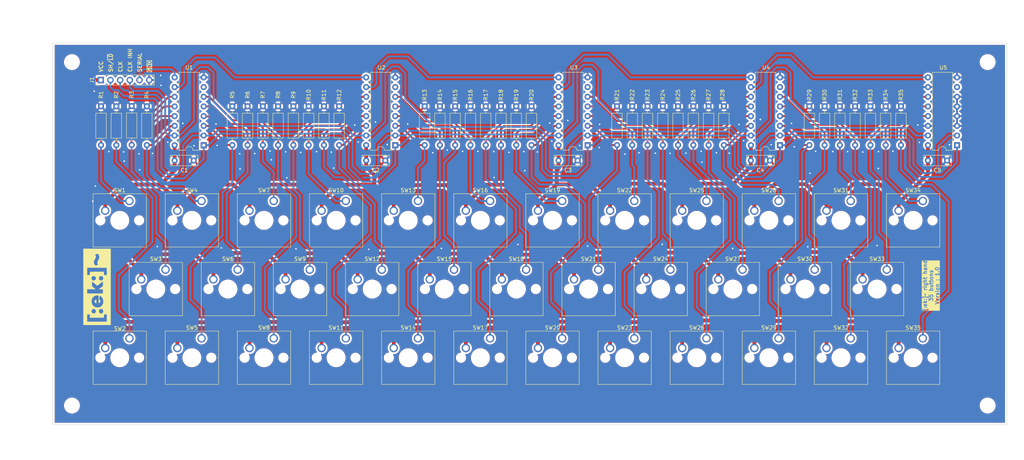
<source format=kicad_pcb>
(kicad_pcb (version 20221018) (generator pcbnew)
  (title_block (title "${TITLE1} - ${TITLE2}") (rev "${VERSION}"))
  (layers (0 "F.Cu" signal) (31 "B.Cu" signal) (34 "B.Paste" user) (35 "F.Paste" user) (36 "B.SilkS" user "B.Silkscreen") (37 "F.SilkS" user "F.Silkscreen") (38 "B.Mask" user) (39 "F.Mask" user) (44 "Edge.Cuts" user))
  (property "TITLE1" "[:ek:]~ right hand")
  (property "TITLE2" "35 buttons")
  (property "VERSION" "1.0")
  (net 0 "")
  (net 1 "VCC")
  (net 2 "GND")
  (net 3 "Net-(U1-D0)")
  (net 4 "Net-(U1-D1)")
  (net 5 "Net-(U1-D2)")
  (net 6 "Net-(U1-D3)")
  (net 7 "Net-(U1-D4)")
  (net 8 "Net-(U1-D5)")
  (net 9 "Net-(U1-D6)")
  (net 10 "Net-(U1-D7)")
  (net 11 "SH{slash}~{LD}")
  (net 12 "CLK")
  (net 14 "Net-(U2-D6)")
  (net 15 "CLK INH")
  (net 16 "Net-(U2-D5)")
  (net 17 "Net-(U2-D4)")
  (net 18 "Net-(U2-D3)")
  (net 19 "Net-(U2-D2)")
  (net 20 "Net-(U2-D1)")
  (net 21 "Net-(U2-D0)")
  (net 22 "Net-(U2-D7)")
  (net 24 "/Buttons 01-08/SERIAL_OUT")
  (net 25 "Net-(U3-D0)")
  (net 26 "Net-(U3-D1)")
  (net 27 "Net-(U3-D2)")
  (net 28 "Net-(U3-D3)")
  (net 29 "Net-(U3-D4)")
  (net 30 "Net-(U3-D5)")
  (net 31 "Net-(U3-D6)")
  (net 32 "Net-(U3-D7)")
  (net 33 "Net-(U4-D0)")
  (net 34 "Net-(U4-D1)")
  (net 35 "Net-(U4-D2)")
  (net 36 "Net-(U4-D3)")
  (net 37 "Net-(U4-D4)")
  (net 38 "Net-(U4-D5)")
  (net 39 "Net-(U4-D6)")
  (net 40 "Net-(U4-D7)")
  (net 41 "Net-(U5-D0)")
  (net 42 "Net-(U5-D1)")
  (net 43 "Net-(U5-D2)")
  (net 44 "/Buttons 01-08/SERIAL_IN")
  (net 45 "/Buttons 09-16/SERIAL_IN")
  (net 47 "/Buttons 17-24/SERIAL_IN")
  (net 49 "/Buttons 25-32/SERIAL_IN")
  (footprint "Button_Switch_Keyboard:SW_Cherry_MX_1.00u_PCB" (layer "F.Cu") (at 51.645 88.395)
    (fp_text reference "SW3")
    (fp_text value "~")
  )
  (footprint "Button_Switch_Keyboard:SW_Cherry_MX_1.00u_PCB" (layer "F.Cu") (at 79.995 106.395)
    (fp_text reference "SW8")
    (fp_text value "~")
  )
  (footprint "Capacitor_THT:C_Rect_L7.0mm_W2.5mm_P5.00mm" (layer "F.Cu") (at 104.235 59.79)
    (fp_text reference "C2")
    (fp_text value "100nF")
  )
  (footprint "Resistor_THT:R_Axial_DIN0207_L6.3mm_D2.5mm_P10.16mm_Horizontal" (layer "F.Cu") (at 131.555 45.59 -90)
    (fp_text reference "R16")
    (fp_text value "10k")
  )
  (footprint "Capacitor_THT:C_Rect_L7.0mm_W2.5mm_P5.00mm" (layer "F.Cu") (at 251.435 59.79)
    (fp_text reference "C5")
    (fp_text value "100nF")
  )
  (footprint "Resistor_THT:R_Axial_DIN0207_L6.3mm_D2.5mm_P10.16mm_Horizontal" (layer "F.Cu") (at 97.155 45.59 -90)
    (fp_text reference "R12")
    (fp_text value "10k")
  )
  (footprint "Resistor_THT:R_Axial_DIN0207_L6.3mm_D2.5mm_P10.16mm_Horizontal" (layer "F.Cu") (at 228.355 45.59 -90)
    (fp_text reference "R31")
    (fp_text value "10k")
  )
  (footprint "MountingHole:MountingHole_3.2mm_M3" (layer "F.Cu") (at 27.13 124)
    (fp_text reference "M3" hide)
    (fp_text value "MountingHole_3.2mm_M3")
  )
  (footprint "Button_Switch_Keyboard:SW_Cherry_MX_1.00u_PCB" (layer "F.Cu") (at 146.145 88.395)
    (fp_text reference "SW18")
    (fp_text value "~")
  )
  (footprint "Button_Switch_Keyboard:SW_Cherry_MX_1.00u_PCB" (layer "F.Cu") (at 174.495 70.395)
    (fp_text reference "SW22")
    (fp_text value "~")
  )
  (footprint "Button_Switch_Keyboard:SW_Cherry_MX_1.00u_PCB" (layer "F.Cu") (at 202.845 88.395)
    (fp_text reference "SW27")
    (fp_text value "~")
  )
  (footprint "Resistor_THT:R_Axial_DIN0207_L6.3mm_D2.5mm_P10.16mm_Horizontal" (layer "F.Cu") (at 236.355 45.59 -90)
    (fp_text reference "R33")
    (fp_text value "10k")
  )
  (footprint "Resistor_THT:R_Axial_DIN0207_L6.3mm_D2.5mm_P10.16mm_Horizontal" (layer "F.Cu") (at 181.955 45.59 -90)
    (fp_text reference "R24")
    (fp_text value "10k")
  )
  (footprint "Package_DIP:DIP-16_W7.62mm" (layer "F.Cu") (at 61.655 55.79 180)
    (fp_text reference "U1")
    (fp_text value "74HC165")
  )
  (footprint "Button_Switch_Keyboard:SW_Cherry_MX_1.00u_PCB" (layer "F.Cu") (at 136.695 106.395)
    (fp_text reference "SW17")
    (fp_text value "~")
  )
  (footprint "Button_Switch_Keyboard:SW_Cherry_MX_1.00u_PCB" (layer "F.Cu") (at 240.645 88.395)
    (fp_text reference "SW33")
    (fp_text value "~")
  )
  (footprint "Resistor_THT:R_Axial_DIN0207_L6.3mm_D2.5mm_P10.16mm_Horizontal" (layer "F.Cu") (at 42.785 45.535 -90)
    (fp_text reference "R3")
    (fp_text value "10k")
  )
  (footprint "Resistor_THT:R_Axial_DIN0207_L6.3mm_D2.5mm_P10.16mm_Horizontal" (layer "F.Cu") (at 193.955 45.59 -90)
    (fp_text reference "R27")
    (fp_text value "10k")
  )
  (footprint "Button_Switch_Keyboard:SW_Cherry_MX_1.00u_PCB" (layer "F.Cu") (at 165.045 88.395)
    (fp_text reference "SW21")
    (fp_text value "~")
  )
  (footprint "footprints:ek_logo_small" (layer "F.Cu") (at 33.705 92.905 90)
    (fp_text reference "")
    (fp_text value "" hide)
  )
  (footprint "Button_Switch_Keyboard:SW_Cherry_MX_1.00u_PCB" (layer "F.Cu") (at 117.795 70.395)
    (fp_text reference "SW13")
    (fp_text value "~")
  )
  (footprint "Resistor_THT:R_Axial_DIN0207_L6.3mm_D2.5mm_P10.16mm_Horizontal" (layer "F.Cu") (at 143.555 45.59 -90)
    (fp_text reference "R19")
    (fp_text value "10k")
  )
  (footprint "Resistor_THT:R_Axial_DIN0207_L6.3mm_D2.5mm_P10.16mm_Horizontal" (layer "F.Cu") (at 169.955 45.59 -90)
    (fp_text reference "R21")
    (fp_text value "10k")
  )
  (footprint "Resistor_THT:R_Axial_DIN0207_L6.3mm_D2.5mm_P10.16mm_Horizontal" (layer "F.Cu") (at 77.155 45.59 -90)
    (fp_text reference "R7")
    (fp_text value "10k")
  )
  (footprint "Button_Switch_Keyboard:SW_Cherry_MX_1.00u_PCB" (layer "F.Cu") (at 117.795 106.395)
    (fp_text reference "SW14")
    (fp_text value "~")
  )
  (footprint "Resistor_THT:R_Axial_DIN0207_L6.3mm_D2.5mm_P10.16mm_Horizontal" (layer "F.Cu") (at 224.355 45.59 -90)
    (fp_text reference "R30")
    (fp_text value "10k")
  )
  (footprint "Button_Switch_Keyboard:SW_Cherry_MX_1.00u_PCB" (layer "F.Cu") (at 155.595 70.395)
    (fp_text reference "SW19")
    (fp_text value "~")
  )
  (footprint "Button_Switch_Keyboard:SW_Cherry_MX_1.00u_PCB" (layer "F.Cu") (at 212.295 70.395)
    (fp_text reference "SW28")
    (fp_text value "~")
  )
  (footprint "MountingHole:MountingHole_3.2mm_M3" (layer "F.Cu") (at 267.13 34)
    (fp_text reference "M2" hide)
    (fp_text value "MountingHole_3.2mm_M3")
  )
  (footprint "Button_Switch_Keyboard:SW_Cherry_MX_1.00u_PCB" (layer "F.Cu") (at 136.695 70.395)
    (fp_text reference "SW16")
    (fp_text value "~")
  )
  (footprint "Resistor_THT:R_Axial_DIN0207_L6.3mm_D2.5mm_P10.16mm_Horizontal" (layer "F.Cu") (at 46.755 45.59 -90)
    (fp_text reference "R4")
    (fp_text value "10k")
  )
  (footprint "Resistor_THT:R_Axial_DIN0207_L6.3mm_D2.5mm_P10.16mm_Horizontal" (layer "F.Cu") (at 147.555 45.59 -90)
    (fp_text reference "R20")
    (fp_text value "10k")
  )
  (footprint "Button_Switch_Keyboard:SW_Cherry_MX_1.00u_PCB" (layer "F.Cu") (at 127.245 88.395)
    (fp_text reference "SW15")
    (fp_text value "~")
  )
  (footprint "Resistor_THT:R_Axial_DIN0207_L6.3mm_D2.5mm_P10.16mm_Horizontal" (layer "F.Cu") (at 177.955 45.59 -90)
    (fp_text reference "R23")
    (fp_text value "10k")
  )
  (footprint "Button_Switch_Keyboard:SW_Cherry_MX_1.00u_PCB" (layer "F.Cu") (at 174.495 106.395)
    (fp_text reference "SW23")
    (fp_text value "~")
  )
  (footprint "Button_Switch_Keyboard:SW_Cherry_MX_1.00u_PCB" (layer "F.Cu") (at 89.445 88.395)
    (fp_text reference "SW9")
    (fp_text value "~")
  )
  (footprint "Resistor_THT:R_Axial_DIN0207_L6.3mm_D2.5mm_P10.16mm_Horizontal" (layer "F.Cu") (at 123.555 45.59 -90)
    (fp_text reference "R14")
    (fp_text value "10k")
  )
  (footprint "Button_Switch_Keyboard:SW_Cherry_MX_1.00u_PCB" (layer "F.Cu") (at 250.095 70.395)
    (fp_text reference "SW34")
    (fp_text value "~")
  )
  (footprint "Resistor_THT:R_Axial_DIN0207_L6.3mm_D2.5mm_P10.16mm_Horizontal" (layer "F.Cu") (at 189.955 45.59 -90)
    (fp_text reference "R26")
    (fp_text value "10k")
  )
  (footprint "Button_Switch_Keyboard:SW_Cherry_MX_1.00u_PCB" (layer "F.Cu") (at 155.595 106.395)
    (fp_text reference "SW20")
    (fp_text value "~")
  )
  (footprint "Resistor_THT:R_Axial_DIN0207_L6.3mm_D2.5mm_P10.16mm_Horizontal" (layer "F.Cu") (at 73.155 45.59 -90)
    (fp_text reference "R6")
    (fp_text value "10k")
  )
  (footprint "Button_Switch_Keyboard:SW_Cherry_MX_1.00u_PCB" (layer "F.Cu") (at 193.395 70.395)
    (fp_text reference "SW25")
    (fp_text value "~")
  )
  (footprint "Resistor_THT:R_Axial_DIN0207_L6.3mm_D2.5mm_P10.16mm_Horizontal" (layer "F.Cu") (at 220.355 45.59 -90)
    (fp_text reference "R29")
    (fp_text value "10k")
  )
  (footprint "Resistor_THT:R_Axial_DIN0207_L6.3mm_D2.5mm_P10.16mm_Horizontal" (layer "F.Cu") (at 119.555 45.59 -90)
    (fp_text reference "R13")
    (fp_text value "10k")
  )
  (footprint "Button_Switch_Keyboard:SW_Cherry_MX_1.00u_PCB" (layer "F.Cu") (at 98.895 106.395)
    (fp_text reference "SW11")
    (fp_text value "~")
  )
  (footprint "Resistor_THT:R_Axial_DIN0207_L6.3mm_D2.5mm_P10.16mm_Horizontal" (layer "F.Cu") (at 197.955 45.59 -90)
    (fp_text reference "R28")
    (fp_text value "10k")
  )
  (footprint "Button_Switch_Keyboard:SW_Cherry_MX_1.00u_PCB" (layer "F.Cu") (at 61.095 106.395)
    (fp_text reference "SW5")
    (fp_text value "~")
  )
  (footprint "Button_Switch_Keyboard:SW_Cherry_MX_1.00u_PCB" (layer "F.Cu") (at 70.545 88.395)
    (fp_text reference "SW6")
    (fp_text value "~")
  )
  (footprint "Package_DIP:DIP-16_W7.62mm" (layer "F.Cu") (at 111.855 55.79 180)
    (fp_text reference "U2")
    (fp_text value "74HC165")
  )
  (footprint "Connector_PinHeader_2.54mm:PinHeader_1x06_P2.54mm_Vertical" (layer "F.Cu") (at 34.675 38.705 90)
    (fp_text reference "J1")
    (fp_text value "Conn_01x06")
  )
  (footprint "Package_DIP:DIP-16_W7.62mm" (layer "F.Cu") (at 162.255 55.79 180)
    (fp_text reference "U3")
    (fp_text value "74HC165")
  )
  (footprint "Button_Switch_Keyboard:SW_Cherry_MX_1.00u_PCB" (layer "F.Cu") (at 61.095 70.395)
    (fp_text reference "SW4")
    (fp_text value "~")
  )
  (footprint "Resistor_THT:R_Axial_DIN0207_L6.3mm_D2.5mm_P10.16mm_Horizontal" (layer "F.Cu") (at 85.155 45.59 -90)
    (fp_text reference "R9")
    (fp_text value "10k")
  )
  (footprint "Resistor_THT:R_Axial_DIN0207_L6.3mm_D2.5mm_P10.16mm_Horizontal" (layer "F.Cu") (at 173.955 45.59 -90)
    (fp_text reference "R22")
    (fp_text value "10k")
  )
  (footprint "Button_Switch_Keyboard:SW_Cherry_MX_1.00u_PCB" (layer "F.Cu") (at 231.195 70.395)
    (fp_text reference "SW31")
    (fp_text value "~")
  )
  (footprint "MountingHole:MountingHole_3.2mm_M3" (layer "F.Cu") (at 267.13 124)
    (fp_text reference "M4" hide)
    (fp_text value "MountingHole_3.2mm_M3")
  )
  (footprint "Resistor_THT:R_Axial_DIN0207_L6.3mm_D2.5mm_P10.16mm_Horizontal" (layer "F.Cu") (at 244.355 45.59 -90)
    (fp_text reference "R35")
    (fp_text value "10k")
  )
  (footprint "Resistor_THT:R_Axial_DIN0207_L6.3mm_D2.5mm_P10.16mm_Horizontal" (layer "F.Cu") (at 127.555 45.59 -90)
    (fp_text reference "R15")
    (fp_text value "10k")
  )
  (footprint "Button_Switch_Keyboard:SW_Cherry_MX_1.00u_PCB" (layer "F.Cu") (at 250.095 106.395)
    (fp_text reference "SW35")
    (fp_text value "~")
  )
  (footprint "Button_Switch_Keyboard:SW_Cherry_MX_1.00u_PCB" (layer "F.Cu") (at 183.945 88.395)
    (fp_text reference "SW24")
    (fp_text value "~")
  )
  (footprint "Button_Switch_Keyboard:SW_Cherry_MX_1.00u_PCB" (layer "F.Cu") (at 231.195 106.395)
    (fp_text reference "SW32")
    (fp_text value "~")
  )
  (footprint "Button_Switch_Keyboard:SW_Cherry_MX_1.00u_PCB" (layer "F.Cu") (at 98.895 70.395)
    (fp_text reference "SW10")
    (fp_text value "~")
  )
  (footprint "Resistor_THT:R_Axial_DIN0207_L6.3mm_D2.5mm_P10.16mm_Horizontal" (layer "F.Cu") (at 69.155 45.59 -90)
    (fp_text reference "R5")
    (fp_text value "10k")
  )
  (footprint "Button_Switch_Keyboard:SW_Cherry_MX_1.00u_PCB" (layer "F.Cu") (at 221.745 88.395)
    (fp_text reference "SW30")
    (fp_text value "~")
  )
  (footprint "Button_Switch_Keyboard:SW_Cherry_MX_1.00u_PCB" (layer "F.Cu") (at 79.995 70.395)
    (fp_text reference "SW7")
    (fp_text value "~")
  )
  (footprint "Resistor_THT:R_Axial_DIN0207_L6.3mm_D2.5mm_P10.16mm_Horizontal" (layer "F.Cu") (at 240.355 45.59 -90)
    (fp_text reference "R34")
    (fp_text value "10k")
  )
  (footprint "Button_Switch_Keyboard:SW_Cherry_MX_1.00u_PCB" (layer "F.Cu") (at 212.295 106.395)
    (fp_text reference "SW29")
    (fp_text value "~")
  )
  (footprint "Resistor_THT:R_Axial_DIN0207_L6.3mm_D2.5mm_P10.16mm_Horizontal" (layer "F.Cu") (at 81.155 45.59 -90)
    (fp_text reference "R8")
    (fp_text value "10k")
  )
  (footprint "Capacitor_THT:C_Rect_L7.0mm_W2.5mm_P5.00mm" (layer "F.Cu") (at 154.635 59.79)
    (fp_text reference "C3")
    (fp_text value "100nF")
  )
  (footprint "Resistor_THT:R_Axial_DIN0207_L6.3mm_D2.5mm_P10.16mm_Horizontal" (layer "F.Cu") (at 93.155 45.59 -90)
    (fp_text reference "R11")
    (fp_text value "10k")
  )
  (footprint "Resistor_THT:R_Axial_DIN0207_L6.3mm_D2.5mm_P10.16mm_Horizontal" (layer "F.Cu") (at 139.555 45.59 -90)
    (fp_text reference "R18")
    (fp_text value "10k")
  )
  (footprint "Resistor_THT:R_Axial_DIN0207_L6.3mm_D2.5mm_P10.16mm_Horizontal" (layer "F.Cu") (at 38.755 45.59 -90)
    (fp_text reference "R2")
    (fp_text value "10k")
  )
  (footprint "Button_Switch_Keyboard:SW_Cherry_MX_1.00u_PCB" (layer "F.Cu") (at 42.195 70.395)
    (fp_text reference "SW1")
    (fp_text value "~")
  )
  (footprint "MountingHole:MountingHole_3.2mm_M3" (layer "F.Cu") (at 27.13 34)
    (fp_text reference "M1" hide)
    (fp_text value "MountingHole_3.2mm_M3")
  )
  (footprint "Resistor_THT:R_Axial_DIN0207_L6.3mm_D2.5mm_P10.16mm_Horizontal" (layer "F.Cu") (at 185.955 45.59 -90)
    (fp_text reference "R25")
    (fp_text value "10k")
  )
  (footprint "Package_DIP:DIP-16_W7.62mm" (layer "F.Cu") (at 212.655 55.79 180)
    (fp_text reference "U4")
    (fp_text value "74HC165")
  )
  (footprint "Resistor_THT:R_Axial_DIN0207_L6.3mm_D2.5mm_P10.16mm_Horizontal" (layer "F.Cu") (at 135.555 45.59 -90)
    (fp_text reference "R17")
    (fp_text value "10k")
  )
  (footprint "Capacitor_THT:C_Rect_L7.0mm_W2.5mm_P5.00mm" (layer "F.Cu") (at 54.035 59.79)
    (fp_text reference "C1")
    (fp_text value "100nF")
  )
  (footprint "Button_Switch_Keyboard:SW_Cherry_MX_1.00u_PCB" (layer "F.Cu") (at 42.195 106.395)
    (fp_text reference "SW2")
    (fp_text value "~")
  )
  (footprint "Resistor_THT:R_Axial_DIN0207_L6.3mm_D2.5mm_P10.16mm_Horizontal" (layer "F.Cu") (at 89.155 45.59 -90)
    (fp_text reference "R10")
    (fp_text value "10k")
  )
  (footprint "Capacitor_THT:C_Rect_L7.0mm_W2.5mm_P5.00mm" (layer "F.Cu") (at 205.035 59.79)
    (fp_text reference "C4")
    (fp_text value "100nF")
  )
  (footprint "Button_Switch_Keyboard:SW_Cherry_MX_1.00u_PCB" (layer "F.Cu") (at 108.345 88.395)
    (fp_text reference "SW12")
    (fp_text value "~")
  )
  (footprint "Package_DIP:DIP-16_W7.62mm" (layer "F.Cu") (at 259.055 55.79 180)
    (fp_text reference "U5")
    (fp_text value "74HC165")
  )
  (footprint "Resistor_THT:R_Axial_DIN0207_L6.3mm_D2.5mm_P10.16mm_Horizontal" (layer "F.Cu") (at 232.355 45.59 -90)
    (fp_text reference "R32")
    (fp_text value "10k")
  )
  (footprint "Button_Switch_Keyboard:SW_Cherry_MX_1.00u_PCB" (layer "F.Cu") (at 193.395 106.395)
    (fp_text reference "SW26")
    (fp_text value "~")
  )
  (footprint "Resistor_THT:R_Axial_DIN0207_L6.3mm_D2.5mm_P10.16mm_Horizontal" (layer "F.Cu") (at 34.755 45.59 -90)
    (fp_text reference "R1")
    (fp_text value "10k")
  )
  (gr_rect (start 22.13 29) (end 272.13 129) (stroke (width 0.1)) (fill none) (layer "Edge.Cuts"))
  (gr_text "SH/~{LD}" (at 37.885 36.745 90) (layer "F.SilkS") (effects (font (size 1 1) (thickness 0.2) bold) (justify left bottom)))
  (gr_text "CLK\n" (at 40.425 36.745 90) (layer "F.SilkS") (effects (font (size 1 1) (thickness 0.2) bold) (justify left bottom)))
  (gr_text "CLK INH\n" (at 42.965 36.745 90) (layer "F.SilkS") (effects (font (size 1 1) (thickness 0.2) bold) (justify left bottom)))
  (gr_text "SERIAL" (at 45.505 36.745 90) (layer "F.SilkS") (effects (font (size 1 1) (thickness 0.2) bold) (justify left bottom)))
  (gr_text "GND" (at 48.045 36.745 90) (layer "F.SilkS" knockout) (effects (font (size 1 1) (thickness 0.2) bold) (justify left bottom)))
  (gr_text "VCC" (at 35.345 36.745 90) (layer "F.SilkS") (effects (font (size 1 1) (thickness 0.2) bold) (justify left bottom)))
  (gr_text "${TITLE1}\n${TITLE2}\nVersion : ${VERSION}" (at 254.475 92.595 90) (layer "F.SilkS" knockout) (effects (font (size 1 1) (thickness 0.2) bold) (justify bottom)))
  (segment (start 54.035 55.79) (end 54.035 59.79) (width 1) (layer "F.Cu") (net 1))
  (segment (start 139.795 90.935) (end 139.795 89.165) (width 1) (layer "F.Cu") (net 1))
  (segment (start 54.745 70.485) (end 59.135 66.095) (width 1) (layer "F.Cu") (net 1))
  (segment (start 154.635 61.935) (end 154.135 62.435) (width 1) (layer "F.Cu") (net 1))
  (segment (start 30.875 40.535) (end 30.875 69.635) (width 1) (layer "F.Cu") (net 1))
  (segment (start 139.795 89.165) (end 134.815 84.185) (width 1) (layer "F.Cu") (net 1))
  (segment (start 187.045 70.805) (end 182.105 65.865) (width 1) (layer "F.Cu") (net 1))
  (segment (start 87.645 102.105) (end 78.815 102.105) (width 1) (layer "F.Cu") (net 1))
  (segment (start 192.505 101.695) (end 187.045 107.155) (width 1) (layer "F.Cu") (net 1))
  (segment (start 238.755 101.965) (end 229.505 101.965) (width 1) (layer "F.Cu") (net 1))
  (segment (start 78.175 84.025) (end 69.435 84.025) (width 1) (layer "F.Cu") (net 1))
  (segment (start 182.105 65.865) (end 173.625 65.865) (width 1) (layer "F.Cu") (net 1))
  (segment (start 205.035 61.335) (end 200.505 65.865) (width 1) (layer "F.Cu") (net 1))
  (segment (start 130.345 71.305) (end 125.275 66.235) (width 1) (layer "F.Cu") (net 1))
  (segment (start 173.625 65.865) (end 168.145 71.345) (width 1) (layer "F.Cu") (net 1))
  (segment (start 35.845 108.935) (end 35.845 107.175) (width 1) (layer "F.Cu") (net 1))
  (segment (start 187.045 72.935) (end 187.045 70.805) (width 1) (layer "F.Cu") (net 1))
  (segment (start 231.795 65.985) (end 224.845 72.935) (width 1) (layer "F.Cu") (net 1))
  (segment (start 120.895 88.855) (end 120.895 88.665) (width 1) (layer "F.Cu") (net 1))
  (segment (start 116.365 84.135) (end 107.045 84.135) (width 1) (layer "F.Cu") (net 1))
  (segment (start 106.355 66.155) (end 97.135 66.155) (width 1) (layer "F.Cu") (net 1))
  (segment (start 78.815 102.105) (end 73.645 107.275) (width 1) (layer "F.Cu") (net 1))
  (segment (start 243.745 106.955) (end 238.755 101.965) (width 1) (layer "F.Cu") (net 1))
  (segment (start 73.645 70.325) (end 73.645 72.935) (width 1) (layer "F.Cu") (net 1))
  (segment (start 54.745 72.935) (end 54.745 70.485) (width 1) (layer "F.Cu") (net 1))
  (segment (start 59.275 84.345) (end 50.055 84.345) (width 1) (layer "F.Cu") (net 1))
  (segment (start 92.545 72.935) (end 92.545 70.745) (width 1) (layer "F.Cu") (net 1))
  (segment (start 54.035 62.415) (end 50.355 66.095) (width 1) (layer "F.Cu") (net 1))
  (segment (start 73.645 108.935) (end 73.645 107.275) (width 1) (layer "F.Cu") (net 1))
  (segment (start 149.245 72.935) (end 149.245 70.945) (width 1) (layer "F.Cu") (net 1))
  (segment (start 168.145 106.855) (end 163.325 102.035) (width 1) (layer "F.Cu") (net 1))
  (segment (start 64.195 90.935) (end 64.195 89.265) (width 1) (layer "F.Cu") (net 1))
  (segment (start 125.275 66.235) (end 116.455 66.235) (width 1) (layer "F.Cu") (net 1))
  (segment (start 158.695 90.935) (end 158.695 89.275) (width 1) (layer "F.Cu") (net 1))
  (segment (start 35.845 72.935) (end 35.845 70.875) (width 1) (layer "F.Cu") (net 1))
  (segment (start 154.325 102.035) (end 149.245 107.115) (width 1) (layer "F.Cu") (net 1))
  (segment (start 104.235 55.79) (end 104.235 59.79) (width 1) (layer "F.Cu") (net 1))
  (segment (start 224.845 71.365) (end 219.465 65.985) (width 1) (layer "F.Cu") (net 1))
  (segment (start 59.135 66.095) (end 69.415 66.095) (width 1) (layer "F.Cu") (net 1))
  (segment (start 154.135 66.055) (end 149.245 70.945) (width 1) (layer "F.Cu") (net 1))
  (segment (start 243.745 70.975) (end 238.755 65.985) (width 1) (layer "F.Cu") (net 1))
  (segment (start 73.645 107.275) (end 68.545 102.175) (width 1) (layer "F.Cu") (net 1))
  (segment (start 229.465 83.785) (end 220.575 83.785) (width 1) (layer "F.Cu") (net 1))
  (segment (start 234.295 90.935) (end 234.295 88.615) (width 1) (layer "F.Cu") (net 1))
  (segment (start 40.625 66.095) (end 50.355 66.095) (width 1) (layer "F.Cu") (net 1))
  (segment (start 30.875 84.655) (end 30.875 84.025) (width 1) (layer "F.Cu") (net 1))
  (segment (start 201.765 84.055) (end 196.495 89.325) (width 1) (layer "F.Cu") (net 1))
  (segment (start 64.195 89.265) (end 59.275 84.345) (width 1) (layer "F.Cu") (net 1))
  (segment (start 153.885 84.465) (end 144.495 84.465) (width 1) (layer "F.Cu") (net 1))
  (segment (start 162.855 66.055) (end 154.135 66.055) (width 1) (layer "F.Cu") (net 1))
  (segment (start 45.295 89.105) (end 45.295 90.935) (width 1) (layer "F.Cu") (net 1))
  (segment (start 125.345 101.965) (end 116.425 101.965) (width 1) (layer "F.Cu") (net 1))
  (segment (start 210.485 84.055) (end 201.765 84.055) (width 1) (layer "F.Cu") (net 1))
  (segment (start 35.845 70.875) (end 40.625 66.095) (width 1) (layer "F.Cu") (net 1))
  (segment (start 135.275 102.035) (end 130.345 106.965) (width 1) (layer "F.Cu") (net 1))
  (segment (start 177.595 90.935) (end 177.595 89.295) (width 1) (layer "F.Cu") (net 1))
  (segment (start 177.595 89.295) (end 172.205 83.905) (width 1) (layer "F.Cu") (net 1))
  (segment (start 30.875 69.635) (end 30.875 68.575) (width 1) (layer "F.Cu") (net 1))
  (segment (start 158.695 89.275) (end 153.885 84.465) (width 1) (layer "F.Cu") (net 1))
  (segment (start 211.265 65.985) (end 205.945 71.305) (width 1) (layer "F.Cu") (net 1))
  (segment (start 187.045 108.935) (end 187.045 107.155) (width 1) (layer "F.Cu") (net 1))
  (segment (start 111.445 108.935) (end 111.445 106.945) (width 1) (layer "F.Cu") (net 1))
  (segment (start 69.415 66.095) (end 73.645 70.325) (width 1) (layer "F.Cu") (net 1))
  (segment (start 59.675 102.175) (end 54.745 107.105) (width 1) (layer "F.Cu") (net 1))
  (segment (start 144.445 66.145) (end 135.505 66.145) (width 1) (layer "F.Cu") (net 1))
  (segment (start 182.025 102.135) (end 172.865 102.135) (width 1) (layer "F.Cu") (net 1))
  (segment (start 107.045 84.135) (end 101.995 89.185) (width 1) (layer "F.Cu") (net 1))
  (segment (start 54.745 70.485) (end 50.355 66.095) (width 1) (layer "F.Cu") (net 1))
  (segment (start 49.725 102.085) (end 40.935 102.085) (width 1) (layer "F.Cu") (net 1))
  (segment (start 87.915 66.115) (end 77.855 66.115) (width 1) (layer "F.Cu") (net 1))
  (segment (start 130.345 108.935) (end 130.345 106.965) (width 1) (layer "F.Cu") (net 1))
  (segment (start 205.035 59.79) (end 205.035 61.335) (width 1) (layer "F.Cu") (net 1))
  (segment (start 83.095 88.945) (end 78.175 84.025) (width 1) (layer "F.Cu") (net 1))
  (segment (start 116.455 66.235) (end 111.445 71.245) (width 1) (layer "F.Cu") (net 1))
  (segment (start 200.505 65.865) (end 191.985 65.865) (width 1) (layer "F.Cu") (net 1))
  (segment (start 97.135 66.155) (end 92.545 70.745) (width 1) (layer "F.Cu") (net 1))
  (segment (start 120.895 88.665) (end 116.365 84.135) (width 1) (layer "F.Cu") (net 1))
  (segment (start 35.845 107.175) (end 30.875 102.205) (width 1) (layer "F.Cu") (net 1))
  (segment (start 97.375 102.175) (end 92.545 107.005) (width 1) (layer "F.Cu") (net 1))
  (segment (start 30.875 102.205) (end 30.875 84.655) (width 1) (layer "F.Cu") (net 1))
  (segment (start 50.055 84.345) (end 45.295 89.105) (width 1) (layer "F.Cu") (net 1))
  (segment (start 104.235 59.79) (end 104.235 61.455) (width 1) (layer "F.Cu") (net 1))
  (segment (start 172.205 83.905) (end 164.065 83.905) (width 1) (layer "F.Cu") (net 1))
  (segment (start 182.965 83.925) (end 177.595 89.295) (width 1) (layer "F.Cu") (net 1))
  (segment (start 191.095 83.925) (end 182.965 83.925) (width 1) (layer "F.Cu") (net 1))
  (segment (start 30.875 84.025) (end 30.875 69.635) (width 1) (layer "F.Cu") (net 1))
  (segment (start 144.495 84.465) (end 139.795 89.165) (width 1) (layer "F.Cu") (net 1))
  (segment (start 215.395 90.935) (end 215.395 88.965) (width 1) (layer "F.Cu") (net 1))
  (segment (start 154.135 62.435) (end 154.135 66.055) (width 1) (layer "F.Cu") (net 1))
  (segment (start 205.945 107.255) (end 200.385 101.695) (width 1) (layer "F.Cu") (net 1))
  (segment (start 251.435 55.79) (end 251.435 59.79) (width 1) (layer "F.Cu") (net 1))
  (segment (start 106.675 102.175) (end 97.375 102.175) (width 1) (layer "F.Cu") (net 1))
  (segment (start 172.865 102.135) (end 168.145 106.855) (width 1) (layer "F.Cu") (net 1))
  (segment (start 224.845 72.935) (end 224.845 71.365) (width 1) (layer "F.Cu") (net 1))
  (segment (start 196.495 89.325) (end 191.095 83.925) (width 1) (layer "F.Cu") (net 1))
  (segment (start 34.675 38.705) (end 32.705 38.705) (width 1) (layer "F.Cu") (net 1))
  (segment (start 130.345 106.965) (end 125.345 101.965) (width 1) (layer "F.Cu") (net 1))
  (segment (start 33.545 68.575) (end 30.875 68.575) (width 1) (layer "F.Cu") (net 1))
  (segment (start 229.505 101.965) (end 224.845 106.625) (width 1) (layer "F.Cu") (net 1))
  (segment (start 96.915 84.105) (end 87.935 84.105) (width 1) (layer "F.Cu") (net 1))
  (segment (start 54.745 107.105) (end 49.725 102.085) (width 1) (layer "F.Cu") (net 1))
  (segment (start 104.235 61.455) (end 106.355 63.575) (width 1) (layer "F.Cu") (net 1))
  (segment (start 116.425 101.965) (end 111.445 106.945) (width 1) (layer "F.Cu") (net 1))
  (segment (start 69.435 84.025) (end 64.195 89.265) (width 1) (layer "F.Cu") (net 1))
  (segment (start 101.995 90.935) (end 101.995 89.185) (width 1) (layer "F.Cu") (net 1))
  (segment (start 125.565 84.185) (end 120.895 88.855) (width 1) (layer "F.Cu") (net 1))
  (segment (start 205.945 72.935) (end 205.945 71.305) (width 1) (layer "F.Cu") (net 1))
  (segment (start 243.745 72.935) (end 243.745 70.975) (width 1) (layer "F.Cu") (net 1))
  (segment (start 238.755 65.985) (end 231.795 65.985) (width 1) (layer "F.Cu") (net 1))
  (segment (start 205.945 108.935) (end 205.945 107.255) (width 1) (layer "F.Cu") (net 1))
  (segment (start 168.145 71.345) (end 162.855 66.055) (width 1) (layer "F.Cu") (net 1))
  (segment (start 168.145 72.935) (end 168.145 71.345) (width 1) (layer "F.Cu") (net 1))
  (segment (start 77.855 66.115) (end 73.645 70.325) (width 1) (layer "F.Cu") (net 1))
  (segment (start 35.845 70.875) (end 33.545 68.575) (width 1) (layer "F.Cu") (net 1))
  (segment (start 164.065 83.905) (end 158.695 89.275) (width 1) (layer "F.Cu") (net 1))
  (segment (start 251.435 59.79) (end 251.435 63.285) (width 1) (layer "F.Cu") (net 1))
  (segment (start 205.945 71.305) (end 200.505 65.865) (width 1) (layer "F.Cu") (net 1))
  (segment (start 251.435 63.285) (end 243.745 70.975) (width 1) (layer "F.Cu") (net 1))
  (segment (start 87.935 84.105) (end 83.095 88.945) (width 1) (layer "F.Cu") (net 1))
  (segment (start 92.545 70.745) (end 87.915 66.115) (width 1) (layer "F.Cu") (net 1))
  (segment (start 40.935 102.085) (end 35.845 107.175) (width 1) (layer "F.Cu") (net 1))
  (segment (start 196.495 90.935) (end 196.495 89.325) (width 1) (layer "F.Cu") (net 1))
  (segment (start 191.985 65.865) (end 187.045 70.805) (width 1) (layer "F.Cu") (net 1))
  (segment (start 130.345 72.935) (end 130.345 71.305) (width 1) (layer "F.Cu") (net 1))
  (segment (start 200.385 101.695) (end 192.505 101.695) (width 1) (layer "F.Cu") (net 1))
  (segment (start 101.995 89.185) (end 96.915 84.105) (width 1) (layer "F.Cu") (net 1))
  (segment (start 224.845 106.625) (end 220.045 101.825) (width 1) (layer "F.Cu") (net 1))
  (segment (start 120.895 90.935) (end 120.895 88.855) (width 1) (layer "F.Cu") (net 1))
  (segment (start 135.505 66.145) (end 130.345 71.305) (width 1) (layer "F.Cu") (net 1))
  (segment (start 68.545 102.175) (end 59.675 102.175) (width 1) (layer "F.Cu") (net 1))
  (segment (start 219.465 65.985) (end 211.265 65.985) (width 1) (layer "F.Cu") (net 1))
  (segment (start 224.845 108.935) (end 224.845 106.625) (width 1) (layer "F.Cu") (net 1))
  (segment (start 134.815 84.185) (end 125.565 84.185) (width 1) (layer "F.Cu") (net 1))
  (segment (start 111.445 71.245) (end 106.355 66.155) (width 1) (layer "F.Cu") (net 1))
  (segment (start 163.325 102.035) (end 154.325 102.035) (width 1) (layer "F.Cu") (net 1))
  (segment (start 243.745 108.935) (end 243.745 106.955) (width 1) (layer "F.Cu") (net 1))
  (segment (start 149.245 108.935) (end 149.245 107.115) (width 1) (layer "F.Cu") (net 1))
  (segment (start 54.035 59.79) (end 54.035 62.415) (width 1) (layer "F.Cu") (net 1))
  (segment (start 40.845 84.655) (end 30.875 84.655) (width 1) (layer "F.Cu") (net 1))
  (segment (start 149.245 70.945) (end 144.445 66.145) (width 1) (layer "F.Cu") (net 1))
  (segment (start 106.355 63.575) (end 106.355 66.155) (width 1) (layer "F.Cu") (net 1))
  (segment (start 54.745 108.935) (end 54.745 107.105) (width 1) (layer "F.Cu") (net 1))
  (segment (start 187.045 107.155) (end 182.025 102.135) (width 1) (layer "F.Cu") (net 1))
  (segment (start 92.545 108.935) (end 92.545 107.005) (width 1) (layer "F.Cu") (net 1))
  (segment (start 83.095 90.935) (end 83.095 88.945) (width 1) (layer "F.Cu") (net 1))
  (segment (start 154.635 59.79) (end 154.635 55.79) (width 1) (layer "F.Cu") (net 1))
  (segment (start 168.145 108.935) (end 168.145 106.855) (width 1) (layer "F.Cu") (net 1))
  (segment (start 45.295 89.105) (end 40.845 84.655) (width 1) (layer "F.Cu") (net 1))
  (segment (start 149.245 107.115) (end 144.165 102.035) (width 1) (layer "F.Cu") (net 1))
  (segment (start 215.395 88.965) (end 210.485 84.055) (width 1) (layer "F.Cu") (net 1))
  (segment (start 205.035 55.79) (end 205.035 59.79) (width 1) (layer "F.Cu") (net 1))
  (segment (start 234.295 88.615) (end 229.465 83.785) (width 1) (layer "F.Cu") (net 1))
  (segment (start 111.445 72.935) (end 111.445 71.245) (width 1) (layer "F.Cu") (net 1))
  (segment (start 211.375 101.825) (end 205.945 107.255) (width 1) (layer "F.Cu") (net 1))
  (segment (start 220.575 83.785) (end 215.395 88.965) (width 1) (layer "F.Cu") (net 1))
  (segment (start 92.545 107.005) (end 87.645 102.105) (width 1) (layer "F.Cu") (net 1))
  (segment (start 154.635 59.79) (end 154.635 61.935) (width 1) (layer "F.Cu") (net 1))
  (segment (start 32.705 38.705) (end 30.875 40.535) (width 1) (layer "F.Cu") (net 1))
  (segment (start 144.165 102.035) (end 135.275 102.035) (width 1) (layer "F.Cu") (net 1))
  (segment (start 111.445 106.945) (end 106.675 102.175) (width 1) (layer "F.Cu") (net 1))
  (segment (start 220.045 101.825) (end 211.375 101.825) (width 1) (layer "F.Cu") (net 1))
  (via (at 226.485 57.455) (size 0.8) (drill 0.4) (layers "F.Cu" "B.Cu") (net 2))
  (via (at 199.365 57.875) (size 0.8) (drill 0.4) (layers "F.Cu" "B.Cu") (net 2))
  (via (at 192.005 57.355) (size 0.8) (drill 0.4) (layers "F.Cu" "B.Cu") (net 2))
  (via (at 95.105 57.605) (size 0.8) (drill 0.4) (layers "F.Cu" "B.Cu") (net 2))
  (via (at 40.665 57.535) (size 0.8) (drill 0.4) (layers "F.Cu" "B.Cu") (net 2))
  (via (at 137.755 64.265) (size 0.8) (drill 0.4) (layers "F.Cu" "B.Cu") (net 2))
  (via (at 234.365 57.565) (size 0.8) (drill 0.4) (layers "F.Cu" "B.Cu") (net 2))
  (via (at 123.925 82.815) (size 0.8) (drill 0.4) (layers "F.Cu" "B.Cu") (net 2))
  (via (at 59.085 55.925) (size 0.8) (drill 0.4) (layers "F.Cu" "B.Cu") (net 2))
  (via (at 172.035 58.115) (size 0.8) (drill 0.4) (layers "F.Cu" "B.Cu") (net 2))
  (via (at 71.175 62.005) (size 0.8) (drill 0.4) (layers "F.Cu" "B.Cu") (net 2))
  (via (at 50.395 37.505) (size 0.8) (drill 0.4) (layers "F.Cu" "B.Cu") (net 2))
  (via (at 207.515 49.035) (size 0.8) (drill 0.4) (layers "F.Cu" "B.Cu") (net 2))
  (via (at 210.345 55.655) (size 0.8) (drill 0.4) (layers "F.Cu" "B.Cu") (net 2))
  (via (at 52.235 54.995) (size 0.8) (drill 0.4) (layers "F.Cu" "B.Cu") (net 2))
  (via (at 203.145 54.615) (size 0.8) (drill 0.4) (layers "F.Cu" "B.Cu") (net 2))
  (via (at 91.235 57.455) (size 0.8) (drill 0.4) (layers "F.Cu" "B.Cu") (net 2))
  (via (at 175.715 57.775) (size 0.8) (drill 0.4) (layers "F.Cu" "B.Cu") (net 2))
  (via (at 32.965 41.615) (size 0.8) (drill 0.4) (layers "F.Cu" "B.Cu") (net 2))
  (via (at 238.445 61.875) (size 0.8) (drill 0.4) (layers "F.Cu" "B.Cu") (net 2))
  (via (at 183.845 57.925) (size 0.8) (drill 0.4) (layers "F.Cu" "B.Cu") (net 2))
  (via (at 165.405 50.335) (size 0.8) (drill 0.4) (layers "F.Cu" "B.Cu") (net 2))
  (via (at 83.445 64.335) (size 0.8) (drill 0.4) (layers "F.Cu" "B.Cu") (net 2))
  (via (at 102.175 54.965) (size 0.8) (drill 0.4) (layers "F.Cu" "B.Cu") (net 2))
  (via (at 141.655 57.655) (size 0.8) (drill 0.4) (layers "F.Cu" "B.Cu") (net 2))
  (via (at 133.505 57.385) (size 0.8) (drill 0.4) (layers "F.Cu" "B.Cu") (net 2))
  (via (at 257.065 55.655) (size 0.8) (drill 0.4) (layers "F.Cu" "B.Cu") (net 2))
  (via (at 129.485 57.385) (size 0.8) (drill 0.4) (layers "F.Cu" "B.Cu") (net 2))
  (via (at 221.995 57.385) (size 0.8) (drill 0.4) (layers "F.Cu" "B.Cu") (net 2))
  (via (at 215.685 50.075) (size 0.8) (drill 0.4) (layers "F.Cu" "B.Cu") (net 2))
  (via (at 87.075 57.675) (size 0.8) (drill 0.4) (layers "F.Cu" "B.Cu") (net 2))
  (via (at 66.275 82.695) (size 0.8) (drill 0.4) (layers "F.Cu" "B.Cu") (net 2))
  (via (at 71.085 58.035) (size 0.8) (drill 0.4) (layers "F.Cu" "B.Cu") (net 2))
  (via (at 219.945 82.385) (size 0.8) (drill 0.4) (layers "F.Cu" "B.Cu") (net 2))
  (via (at 56.205 50.065) (size 0.8) (drill 0.4) (layers "F.Cu" "B.Cu") (net 2))
  (via (at 75.025 57.965) (size 0.8) (drill 0.4) (layers "F.Cu" "B.Cu") (net 2))
  (via (at 230.375 57.455) (size 0.8) (drill 0.4) (layers "F.Cu" "B.Cu") (net 2))
  (via (at 95.705 61.785) (size 0.8) (drill 0.4) (layers "F.Cu" "B.Cu") (net 2))
  (via (at 48.235 57.945) (size 0.8) (drill 0.4) (layers "F.Cu" "B.Cu") (net 2))
  (via (at 152.345 49.985) (size 0.8) (drill 0.4) (layers "F.Cu" "B.Cu") (net 2))
  (via (at 149.115 57.555) (size 0.8) (drill 0.4) (layers "F.Cu" "B.Cu") (net 2))
  (via (at 137.665 57.455) (size 0.8) (drill 0.4) (layers "F.Cu" "B.Cu") (net 2))
  (via (at 32.575 70.465) (size 0.8) (drill 0.4) (layers "F.Cu" "B.Cu") (net 2))
  (via (at 109.765 55.625) (size 0.8) (drill 0.4) (layers "F.Cu" "B.Cu") (net 2))
  (via (at 101.235 50.515) (size 0.8) (drill 0.4) (layers "F.Cu" "B.Cu") (net 2))
  (via (at 79.045 57.305) (size 0.8) (drill 0.4) (layers "F.Cu" "B.Cu") (net 2))
  (via (at 248.785 50.485) (size 0.8) (drill 0.4) (layers "F.Cu" "B.Cu") (net 2))
  (via (at 125.475 57.065) (size 0.8) (drill 0.4) (layers "F.Cu" "B.Cu") (net 2))
  (via (at 106.665 49.715) (size 0.8) (drill 0.4) (layers "F.Cu" "B.Cu") (net 2))
  (via (at 249.195 55.035) (size 0.8) (drill 0.4) (layers "F.Cu" "B.Cu") (net 2))
  (via (at 40.835 59.945) (size 0.8) (drill 0.4) (layers "F.Cu" "B.Cu") (net 2))
  (via (at 65.175 55.845) (size 0.8) (drill 0.4) (layers "F.Cu" "B.Cu") (net 2))
  (via (at 104.875 83.075) (size 0.8) (drill 0.4) (layers "F.Cu" "B.Cu") (net 2))
  (via (at 145.545 57.445) (size 0.8) (drill 0.4) (layers "F.Cu" "B.Cu") (net 2))
  (via (at 44.865 62.215) (size 0.8) (drill 0.4) (layers "F.Cu" "B.Cu") (net 2))
  (via (at 83.125 57.525) (size 0.8) (drill 0.4) (layers "F.Cu" "B.Cu") (net 2))
  (via (at 195.995 57.775) (size 0.8) (drill 0.4) (layers "F.Cu" "B.Cu") (net 2))
  (via (at 180.025 57.875) (size 0.8) (drill 0.4) (layers "F.Cu" "B.Cu") (net 2))
  (via (at 33.285 66.475) (size 0.8) (drill 0.4) (layers "F.Cu" "B.Cu") (net 2))
  (via (at 121.675 57.745) (size 0.8) (drill 0.4) (layers "F.Cu" "B.Cu") (net 2))
  (via (at 85.835 82.945) (size 0.8) (drill 0.4) (layers "F.Cu" "B.Cu") (net 2))
  (via (at 152.885 54.715) (size 0.8) (drill 0.4) (layers "F.Cu" "B.Cu") (net 2))
  (via (at 220.525 63.135) (size 0.8) (drill 0.4) (layers "F.Cu" "B.Cu") (net 2))
  (via (at 160.175 55.875) (size 0.8) (drill 0.4) (layers "F.Cu" "B.Cu") (net 2))
  (via (at 64.875 50.225) (size 0.8) (drill 0.4) (layers "F.Cu" "B.Cu") (net 2))
  (via (at 115.105 50.225) (size 0.8) (drill 0.4) (layers "F.Cu" "B.Cu") (net 2))
  (via (at 49.505 82.355) (size 0.8) (drill 0.4) (layers "F.Cu" "B.Cu") (net 2))
  (via (at 143.985 81.805) (size 0.8) (drill 0.4) (layers "F.Cu" "B.Cu") (net 2))
  (via (at 201.925 50.335) (size 0.8) (drill 0.4) (layers "F.Cu" "B.Cu") (net 2))
  (via (at 36.815 57.445) (size 0.8) (drill 0.4) (layers "F.Cu" "B.Cu") (net 2))
  (via (at 188.005 57.865) (size 0.8) (drill 0.4) (layers "F.Cu" "B.Cu") (net 2))
  (via (at 79.355 59.595) (size 0.8) (drill 0.4) (layers "F.Cu" "B.Cu") (net 2))
  (via (at 238.465 57.455) (size 0.8) (drill 0.4) (layers "F.Cu" "B.Cu") (net 2))
  (via (at 157.055 49.305) (size 0.8) (drill 0.4) (layers "F.Cu" "B.Cu") (net 2))
  (via (at 216.395 56.195) (size 0.8) (drill 0.4) (layers "F.Cu" "B.Cu") (net 2))
  (via (at 50.455 40.095) (size 0.8) (drill 0.4) (layers "F.Cu" "B.Cu") (net 2))
  (via (at 165.305 56.405) (size 0.8) (drill 0.4) (layers "F.Cu" "B.Cu") (net 2))
  (via (at 145.785 62.445) (size 0.8) (drill 0.4) (layers "F.Cu" "B.Cu") (net 2))
  (via (at 242.255 57.355) (size 0.8) (drill 0.4) (layers "F.Cu" "B.Cu") (net 2))
  (via (at 238.115 82.075) (size 0.8) (drill 0.4) (layers "F.Cu" "B.Cu") (net 2))
  (via (at 192.205 60.235) (size 0.8) (drill 0.4) (layers "F.Cu" "B.Cu") (net 2))
  (via (at 200.265 82.835) (size 0.8) (drill 0.4) (layers "F.Cu" "B.Cu") (net 2))
  (via (at 181.805 81.775) (size 0.8) (drill 0.4) (layers "F.Cu" "B.Cu") (net 2))
  (via (at 44.695 58.055) (size 0.8) (drill 0.4) (layers "F.Cu" "B.Cu") (net 2))
  (via (at 162.275 82.225) (size 0.8) (drill 0.4) (layers "F.Cu" "B.Cu") (net 2))
  (segment (start 52.46 43.09) (end 46.365 49.185) (width 0.5) (layer "F.Cu") (net 3))
  (segment (start 54.035 43.09) (end 52.46 43.09) (width 0.5) (layer "F.Cu") (net 3))
  (segment (start 39.745 49.185) (end 34.755 54.175) (width 0.5) (layer "F.Cu") (net 3))
  (segment (start 34.755 54.175) (end 34.755 55.75) (width 0.5) (layer "F.Cu") (net 3))
  (segment (start 46.365 49.185) (end 39.745 49.185) (width 0.5) (layer "F.Cu") (net 3))
  (segment (start 39.975 70.395) (end 42.195 70.395) (width 0.5) (layer "B.Cu") (net 3))
  (segment (start 34.755 65.175) (end 39.975 70.395) (width 0.5) (layer "B.Cu") (net 3))
  (segment (start 34.755 55.75) (end 34.755 65.175) (width 0.5) (layer "B.Cu") (net 3))
  (segment (start 39.709214 50.635) (end 38.755 51.589214) (width 0.5) (layer "F.Cu") (net 4))
  (segment (start 38.755 51.589214) (end 38.755 55.75) (width 0.5) (layer "F.Cu") (net 4))
  (segment (start 46.329214 50.635) (end 39.709214 50.635) (width 0.5) (layer "F.Cu") (net 4))
  (segment (start 51.334214 45.63) (end 46.329214 50.635) (width 0.5) (layer "F.Cu") (net 4))
  (segment (start 54.035 45.63) (end 51.334214 45.63) (width 0.5) (layer "F.Cu") (net 4))
  (segment (start 39.675 89.685) (end 39.395 89.685) (width 0.5) (layer "B.Cu") (net 4))
  (segment (start 39.395 89.685) (end 39.395 98.915) (width 0.5) (layer "B.Cu") (net 4))
  (segment (start 38.755 55.75) (end 38.755 60.119214) (width 0.5) (layer "B.Cu") (net 4))
  (segment (start 48.235 81.125) (end 39.675 89.685) (width 0.5) (layer "B.Cu") (net 4))
  (segment (start 42.425 101.945) (end 42.195 102.175) (width 0.5) (layer "B.Cu") (net 4))
  (segment (start 48.235 69.599214) (end 48.235 81.125) (width 0.5) (layer "B.Cu") (net 4))
  (segment (start 42.195 102.175) (end 42.195 106.395) (width 0.5) (layer "B.Cu") (net 4))
  (segment (start 38.755 60.119214) (end 48.235 69.599214) (width 0.5) (layer "B.Cu") (net 4))
  (segment (start 39.395 98.915) (end 42.425 101.945) (width 0.5) (layer "B.Cu") (net 4))
  (segment (start 46.703428 51.675) (end 43.755 51.675) (width 0.5) (layer "F.Cu") (net 5))
  (segment (start 43.755 51.675) (end 42.755 52.675) (width 0.5) (layer "F.Cu") (net 5))
  (segment (start 50.223428 48.155) (end 46.703428 51.675) (width 0.5) (layer "F.Cu") (net 5))
  (segment (start 51.875 48.155) (end 50.223428 48.155) (width 0.5) (layer "F.Cu") (net 5))
  (segment (start 51.89 48.17) (end 51.875 48.155) (width 0.5) (layer "F.Cu") (net 5))
  (segment (start 42.755 52.675) (end 42.755 55.75) (width 0.5) (layer "F.Cu") (net 5))
  (segment (start 54.035 48.17) (end 51.89 48.17) (width 0.5) (layer "F.Cu") (net 5))
  (segment (start 42.755 62.705) (end 49.235 69.185) (width 0.5) (layer "B.Cu") (net 5))
  (segment (start 49.235 69.185) (end 49.235 78.825) (width 0.5) (layer "B.Cu") (net 5))
  (segment (start 42.755 55.75) (end 42.755 62.705) (width 0.5) (layer "B.Cu") (net 5))
  (segment (start 51.645 81.235) (end 51.645 88.395) (width 0.5) (layer "B.Cu") (net 5))
  (segment (start 49.235 78.825) (end 51.645 81.235) (width 0.5) (layer "B.Cu") (net 5))
  (segment (start 53.13 50.71) (end 48.09 55.75) (width 0.5) (layer "F.Cu") (net 6))
  (segment (start 54.035 50.71) (end 53.13 50.71) (width 0.5) (layer "F.Cu") (net 6))
  (segment (start 48.09 55.75) (end 46.755 55.75) (width 0.5) (layer "F.Cu") (net 6))
  (segment (start 59.425 70.395) (end 61.095 70.395) (width 0.5) (layer "B.Cu") (net 6))
  (segment (start 46.755 63.665) (end 50.155 67.065) (width 0.5) (layer "B.Cu") (net 6))
  (segment (start 46.755 55.75) (end 46.755 63.665) (width 0.5) (layer "B.Cu") (net 6))
  (segment (start 50.155 67.065) (end 56.095 67.065) (width 0.5) (layer "B.Cu") (net 6))
  (segment (start 56.095 67.065) (end 59.425 70.395) (width 0.5) (layer "B.Cu") (net 6))
  (segment (start 67.99 55.75) (end 69.155 55.75) (width 0.5) (layer "F.Cu") (net 7))
  (segment (start 62.95 50.71) (end 67.99 55.75) (width 0.5) (layer "F.Cu") (net 7))
  (segment (start 61.655 50.71) (end 62.95 50.71) (width 0.5) (layer "F.Cu") (net 7))
  (segment (start 58.185 96.175) (end 61.095 99.085) (width 0.5) (layer "B.Cu") (net 7))
  (segment (start 61.095 99.085) (end 61.095 106.395) (width 0.5) (layer "B.Cu") (net 7))
  (segment (start 69.155 65.610786) (end 66.595 68.170786) (width 0.5) (layer "B.Cu") (net 7))
  (segment (start 69.155 55.75) (end 69.155 65.610786) (width 0.5) (layer "B.Cu") (net 7))
  (segment (start 66.595 79.375) (end 58.185 87.785) (width 0.5) (layer "B.Cu") (net 7))
  (segment (start 66.595 68.170786) (end 66.595 79.375) (width 0.5) (layer "B.Cu") (net 7))
  (segment (start 58.185 87.785) (end 58.185 96.175) (width 0.5) (layer "B.Cu") (net 7))
  (segment (start 73.155 52.465) (end 73.155 55.75) (width 0.5) (layer "F.Cu") (net 8))
  (segment (start 68.410786 51.245) (end 71.935 51.245) (width 0.5) (layer "F.Cu") (net 8))
  (segment (start 65.420786 48.255) (end 68.410786 51.245) (width 0.5) (layer "F.Cu") (net 8))
  (segment (start 61.655 48.17) (end 61.74 48.255) (width 0.5) (layer "F.Cu") (net 8))
  (segment (start 61.74 48.255) (end 65.420786 48.255) (width 0.5) (layer "F.Cu") (net 8))
  (segment (start 71.935 51.245) (end 73.155 52.465) (width 0.5) (layer "F.Cu") (net 8))
  (segment (start 67.695 80.895) (end 70.545 83.745) (width 0.5) (layer "B.Cu") (net 8))
  (segment (start 73.155 55.75) (end 73.155 63.025) (width 0.5) (layer "B.Cu") (net 8))
  (segment (start 70.545 83.745) (end 70.545 88.395) (width 0.5) (layer "B.Cu") (net 8))
  (segment (start 73.155 63.025) (end 67.695 68.485) (width 0.5) (layer "B.Cu") (net 8))
  (segment (start 67.695 68.485) (end 67.695 80.895) (width 0.5) (layer "B.Cu") (net 8))
  (segment (start 64.21 45.63) (end 68.825 50.245) (width 0.5) (layer "F.Cu") (net 9))
  (segment (start 68.825 50.245) (end 76.190786 50.245) (width 0.5) (layer "F.Cu") (net 9))
  (segment (start 61.655 45.63) (end 64.21 45.63) (width 0.5) (layer "F.Cu") (net 9))
  (segment (start 77.155 51.209214) (end 77.155 55.75) (width 0.5) (layer "F.Cu") (net 9))
  (segment (start 76.190786 50.245) (end 77.155 51.209214) (width 0.5) (layer "F.Cu") (net 9))
  (segment (start 77.155 60.015) (end 79.995 62.855) (width 0.5) (layer "B.Cu") (net 9))
  (segment (start 79.995 62.855) (end 79.995 70.395) (width 0.5) (layer "B.Cu") (net 9))
  (segment (start 77.155 55.75) (end 77.155 60.015) (width 0.5) (layer "B.Cu") (net 9))
  (segment (start 81.155 53.795) (end 81.155 55.75) (width 0.5) (layer "F.Cu") (net 10))
  (segment (start 76.605 49.245) (end 81.155 53.795) (width 0.5) (layer "F.Cu") (net 10))
  (segment (start 69.239214 49.245) (end 76.605 49.245) (width 0.5) (layer "F.Cu") (net 10))
  (segment (start 63.084214 43.09) (end 69.239214 49.245) (width 0.5) (layer "F.Cu") (net 10))
  (segment (start 61.655 43.09) (end 63.084214 43.09) (width 0.5) (layer "F.Cu") (net 10))
  (segment (start 85.905 69.379214) (end 85.905 79.745) (width 0.5) (layer "B.Cu") (net 10))
  (segment (start 81.155 55.75) (end 81.155 64.629214) (width 0.5) (layer "B.Cu") (net 10))
  (segment (start 79.995 101.325) (end 79.995 106.395) (width 0.5) (layer "B.Cu") (net 10))
  (segment (start 85.905 79.745) (end 77.655 87.995) (width 0.5) (layer "B.Cu") (net 10))
  (segment (start 81.155 64.629214) (end 85.905 69.379214) (width 0.5) (layer "B.Cu") (net 10))
  (segment (start 77.655 98.985) (end 79.995 101.325) (width 0.5) (layer "B.Cu") (net 10))
  (segment (start 77.655 87.995) (end 77.655 98.985) (width 0.5) (layer "B.Cu") (net 10))
  (segment (start 148.395 52.975) (end 116.149214 52.975) (width 0.5) (layer "B.Cu") (net 11))
  (segment (start 48.785 43.565) (end 42.426572 43.565) (width 0.5) (layer "B.Cu") (net 11))
  (segment (start 111.855 55.79) (end 111.855 60.765) (width 0.5) (layer "B.Cu") (net 11))
  (segment (start 151.969215 63.845001) (end 150.325 62.200786) (width 0.5) (layer "B.Cu") (net 11))
  (segment (start 203.535 64.105) (end 200.775 61.345) (width 0.5) (layer "B.Cu") (net 11))
  (segment (start 249.505 64.095) (end 246.625 61.215) (width 0.5) (layer "B.Cu") (net 11))
  (segment (start 103.203428 65.305) (end 99.665 61.766572) (width 0.5) (layer "B.Cu") (net 11))
  (segment (start 207.912032 64.105) (end 203.535 64.105) (width 0.5) (layer "B.Cu") (net 11))
  (segment (start 37.955 41.355) (end 37.215 40.615) (width 0.5) (layer "B.Cu") (net 11))
  (segment (start 200.775 55.285) (end 198.725 53.235) (width 0.5) (layer "B.Cu") (net 11))
  (segment (start 56.502032 64.515) (end 51.920787 64.515001) (width 0.5) (layer "B.Cu") (net 11))
  (segment (start 259.055 55.79) (end 259.055 60.245) (width 0.5) (layer "B.Cu") (net 11))
  (segment (start 49.575 44.355) (end 48.785 43.565) (width 0.5) (layer "B.Cu") (net 11))
  (segment (start 150.325 62.200786) (end 150.325 54.905) (width 0.5) (layer "B.Cu") (net 11))
  (segment (start 212.655 55.79) (end 212.655 59.362032) (width 0.5) (layer "B.Cu") (net 11))
  (segment (start 162.255 55.79) (end 162.255 61.145) (width 0.5) (layer "B.Cu") (net 11))
  (segment (start 198.725 53.235) (end 166.109214 53.235) (width 0.5) (layer "B.Cu") (net 11))
  (segment (start 212.655 59.362032) (end 207.912032 64.105) (width 0.5) (layer "B.Cu") (net 11))
  (segment (start 37.215 40.615) (end 37.215 38.705) (width 0.5) (layer "B.Cu") (net 11))
  (segment (start 166.109214 53.235) (end 163.554214 55.79) (width 0.5) (layer "B.Cu") (net 11))
  (segment (start 40.71 42.864214) (end 39.200786 41.355) (width 0.5) (layer "B.Cu") (net 11))
  (segment (start 41.725786 42.864214) (end 40.71 42.864214) (width 0.5) (layer "B.Cu") (net 11))
  (segment (start 62.91 55.79) (end 61.655 55.79) (width 0.5) (layer "B.Cu") (net 11))
  (segment (start 116.149214 52.975) (end 113.334214 55.79) (width 0.5) (layer "B.Cu") (net 11))
  (segment (start 107.315 65.305) (end 103.203428 65.305) (width 0.5) (layer "B.Cu") (net 11))
  (segment (start 39.200786 41.355) (end 37.955 41.355) (width 0.5) (layer "B.Cu") (net 11))
  (segment (start 113.334214 55.79) (end 111.855 55.79) (width 0.5) (layer "B.Cu") (net 11))
  (segment (start 42.426572 43.565) (end 41.725786 42.864214) (width 0.5) (layer "B.Cu") (net 11))
  (segment (start 255.205 64.095) (end 249.505 64.095) (width 0.5) (layer "B.Cu") (net 11))
  (segment (start 51.920787 64.515001) (end 49.575 62.169214) (width 0.5) (layer "B.Cu") (net 11))
  (segment (start 61.655 59.362032) (end 56.502032 64.515) (width 0.5) (layer "B.Cu") (net 11))
  (segment (start 159.555 63.845) (end 151.969215 63.845001) (width 0.5) (layer "B.Cu") (net 11))
  (segment (start 259.055 60.245) (end 255.205 64.095) (width 0.5) (layer "B.Cu") (net 11))
  (segment (start 246.625 54.645) (end 245.205 53.225) (width 0.5) (layer "B.Cu") (net 11))
  (segment (start 49.575 62.169214) (end 49.575 44.355) (width 0.5) (layer "B.Cu") (net 11))
  (segment (start 97.603754 52.765) (end 65.935 52.765) (width 0.5) (layer "B.Cu") (net 11))
  (segment (start 150.325 54.905) (end 148.395 52.975) (width 0.5) (layer "B.Cu") (net 11))
  (segment (start 162.255 61.145) (end 159.555 63.845) (width 0.5) (layer "B.Cu") (net 11))
  (segment (start 245.205 53.225) (end 216.52 53.225) (width 0.5) (layer "B.Cu") (net 11))
  (segment (start 111.855 60.765) (end 107.315 65.305) (width 0.5) (layer "B.Cu") (net 11))
  (segment (start 99.665 61.766572) (end 99.665 54.826246) (width 0.5) (layer "B.Cu") (net 11))
  (segment (start 200.775 61.345) (end 200.775 55.285) (width 0.5) (layer "B.Cu") (net 11))
  (segment (start 61.655 55.79) (end 61.655 59.362032) (width 0.5) (layer "B.Cu") (net 11))
  (segment (start 163.554214 55.79) (end 162.255 55.79) (width 0.5) (layer "B.Cu") (net 11))
  (segment (start 99.665 54.826246) (end 97.603754 52.765) (width 0.5) (layer "B.Cu") (net 11))
  (segment (start 216.52 53.225) (end 213.955 55.79) (width 0.5) (layer "B.Cu") (net 11))
  (segment (start 65.935 52.765) (end 62.91 55.79) (width 0.5) (layer "B.Cu") (net 11))
  (segment (start 246.625 61.215) (end 246.625 54.645) (width 0.5) (layer "B.Cu") (net 11))
  (segment (start 213.955 55.79) (end 212.655 55.79) (width 0.5) (layer "B.Cu") (net 11))
  (segment (start 203.949214 63.105) (end 201.775 60.930786) (width 0.5) (layer "B.Cu") (net 12))
  (segment (start 160.57 53.25) (end 162.255 53.25) (width 0.5) (layer "B.Cu") (net 12))
  (segment (start 254.135 61.245) (end 254.135 56.055) (width 0.5) (layer "B.Cu") (net 12))
  (segment (start 206.085 63.105) (end 203.949214 63.105) (width 0.5) (layer "B.Cu") (net 12))
  (segment (start 148.809214 51.975) (end 151.325001 54.490787) (width 0.5) (layer "B.Cu") (net 12))
  (segment (start 40.675 41.415) (end 39.755 40.495) (width 0.5) (layer "B.Cu") (net 12))
  (segment (start 256.94 53.25) (end 259.055 53.25) (width 0.5) (layer "B.Cu") (net 12))
  (segment (start 151.325 61.786572) (end 152.383428 62.845) (width 0.5) (layer "B.Cu") (net 12))
  (segment (start 247.625 54.230786) (end 247.625 60.800786) (width 0.5) (layer "B.Cu") (net 12))
  (segment (start 254.135 56.055) (end 256.94 53.25) (width 0.5) (layer "B.Cu") (net 12))
  (segment (start 98.017968 51.765) (end 65.525 51.765) (width 0.5) (layer "B.Cu") (net 12))
  (segment (start 199.335 52.235) (end 165.695 52.235) (width 0.5) (layer "B.Cu") (net 12))
  (segment (start 109.85 53.25) (end 107.455 55.645) (width 0.5) (layer "B.Cu") (net 12))
  (segment (start 215.080786 53.25) (end 216.015 52.315786) (width 0.5) (layer "B.Cu") (net 12))
  (segment (start 100.634999 54.382031) (end 98.017968 51.765) (width 0.5) (layer "B.Cu") (net 12))
  (segment (start 201.775 60.930786) (end 201.775 54.675) (width 0.5) (layer "B.Cu") (net 12))
  (segment (start 56.255 62.045) (end 54.785 63.515) (width 0.5) (layer "B.Cu") (net 12))
  (segment (start 155.295 62.845) (end 157.335 60.805) (width 0.5) (layer "B.Cu") (net 12))
  (segment (start 100.665 61.255) (end 100.665 57.445) (width 0.5) (layer "B.Cu") (net 12))
  (segment (start 39.755 40.495) (end 39.755 38.705) (width 0.5) (layer "B.Cu") (net 12))
  (segment (start 49.199214 42.565) (end 42.840786 42.565) (width 0.5) (layer "B.Cu") (net 12))
  (segment (start 207.545 61.645) (end 206.085 63.105) (width 0.5) (layer "B.Cu") (net 12))
  (segment (start 114.46 53.25) (end 115.735 51.975) (width 0.5) (layer "B.Cu") (net 12))
  (segment (start 212.655 53.25) (end 215.080786 53.25) (width 0.5) (layer "B.Cu") (net 12))
  (segment (start 212.655 53.25) (end 210.16 53.25) (width 0.5) (layer "B.Cu") (net 12))
  (segment (start 252.285 63.095) (end 254.135 61.245) (width 0.5) (layer "B.Cu") (net 12))
  (segment (start 42.840786 42.565) (end 41.690786 41.415) (width 0.5) (layer "B.Cu") (net 12))
  (segment (start 65.525 51.765) (end 65.525 51.755) (width 0.5) (layer "B.Cu") (net 12))
  (segment (start 111.855 53.25) (end 109.85 53.25) (width 0.5) (layer "B.Cu") (net 12))
  (segment (start 52.335 63.515) (end 50.575 61.755) (width 0.5) (layer "B.Cu") (net 12))
  (segment (start 54.785 63.515) (end 52.335 63.515) (width 0.5) (layer "B.Cu") (net 12))
  (segment (start 41.690786 41.415) (end 40.675 41.415) (width 0.5) (layer "B.Cu") (net 12))
  (segment (start 245.619214 52.225) (end 247.625 54.230786) (width 0.5) (layer "B.Cu") (net 12))
  (segment (start 105.405 63.285) (end 102.695 63.285) (width 0.5) (layer "B.Cu") (net 12))
  (segment (start 157.335 56.485) (end 160.57 53.25) (width 0.5) (layer "B.Cu") (net 12))
  (segment (start 164.68 53.25) (end 162.255 53.25) (width 0.5) (layer "B.Cu") (net 12))
  (segment (start 207.545 55.865) (end 207.545 61.645) (width 0.5) (layer "B.Cu") (net 12))
  (segment (start 50.575 61.755) (end 50.575001 43.940787) (width 0.5) (layer "B.Cu") (net 12))
  (segment (start 249.919214 63.095) (end 252.285 63.095) (width 0.5) (layer "B.Cu") (net 12))
  (segment (start 58.7 53.25) (end 56.255 55.695) (width 0.5) (layer "B.Cu") (net 12))
  (segment (start 216.015 52.315786) (end 216.015 52.225) (width 0.5) (layer "B.Cu") (net 12))
  (segment (start 100.665 57.445) (end 100.665 54.412032) (width 0.5) (layer "B.Cu") (net 12))
  (segment (start 247.625 60.800786) (end 249.919214 63.095) (width 0.5) (layer "B.Cu") (net 12))
  (segment (start 50.575001 43.940787) (end 49.199214 42.565) (width 0.5) (layer "B.Cu") (net 12))
  (segment (start 165.695 52.235) (end 164.68 53.25) (width 0.5) (layer "B.Cu") (net 12))
  (segment (start 102.695 63.285) (end 100.665 61.255) (width 0.5) (layer "B.Cu") (net 12))
  (segment (start 65.525 51.755) (end 64.03 53.25) (width 0.5) (layer "B.Cu") (net 12))
  (segment (start 201.775 54.675) (end 199.335 52.235) (width 0.5) (layer "B.Cu") (net 12))
  (segment (start 210.16 53.25) (end 207.545 55.865) (width 0.5) (layer "B.Cu") (net 12))
  (segment (start 61.655 53.25) (end 58.7 53.25) (width 0.5) (layer "B.Cu") (net 12))
  (segment (start 151.325001 54.490787) (end 151.325 61.786572) (width 0.5) (layer "B.Cu") (net 12))
  (segment (start 56.255 55.695) (end 56.255 62.045) (width 0.5) (layer "B.Cu") (net 12))
  (segment (start 105.655 63.035) (end 105.405 63.285) (width 0.5) (layer "B.Cu") (net 12))
  (segment (start 111.855 53.25) (end 114.46 53.25) (width 0.5) (layer "B.Cu") (net 12))
  (segment (start 216.015 52.225) (end 245.619214 52.225) (width 0.5) (layer "B.Cu") (net 12))
  (segment (start 107.455 61.235) (end 105.655 63.035) (width 0.5) (layer "B.Cu") (net 12))
  (segment (start 157.335 60.805) (end 157.335 56.485) (width 0.5) (layer "B.Cu") (net 12))
  (segment (start 152.383428 62.845) (end 155.295 62.845) (width 0.5) (layer "B.Cu") (net 12))
  (segment (start 107.455 55.645) (end 107.455 61.235) (width 0.5) (layer "B.Cu") (net 12))
  (segment (start 115.735 51.975) (end 148.809214 51.975) (width 0.5) (layer "B.Cu") (net 12))
  (segment (start 64.03 53.25) (end 61.655 53.25) (width 0.5) (layer "B.Cu") (net 12))
  (segment (start 126.620786 50.565) (end 127.555 51.499214) (width 0.5) (layer "F.Cu") (net 14))
  (segment (start 127.555 51.499214) (end 127.555 55.75) (width 0.5) (layer "F.Cu") (net 14))
  (segment (start 119.140786 50.565) (end 126.620786 50.565) (width 0.5) (layer "F.Cu") (net 14))
  (segment (start 111.855 45.63) (end 114.205786 45.63) (width 0.5) (layer "F.Cu") (net 14))
  (segment (start 114.205786 45.63) (end 119.140786 50.565) (width 0.5) (layer "F.Cu") (net 14))
  (segment (start 124.655 60.375) (end 124.655 79.365) (width 0.5) (layer "B.Cu") (net 14))
  (segment (start 124.655 79.365) (end 127.245 81.955) (width 0.5) (layer "B.Cu") (net 14))
  (segment (start 127.555 57.475) (end 124.655 60.375) (width 0.5) (layer "B.Cu") (net 14))
  (segment (start 127.555 55.75) (end 127.555 57.475) (width 0.5) (layer "B.Cu") (net 14))
  (segment (start 127.245 81.955) (end 127.245 88.395) (width 0.5) (layer "B.Cu") (net 14))
  (segment (start 104.235 53.25) (end 105.59 53.25) (width 0.5) (layer "B.Cu") (net 15))
  (segment (start 222.915 51.225) (end 246.265 51.225) (width 0.5) (layer "B.Cu") (net 15))
  (segment (start 155.82 53.25) (end 159.535 49.535) (width 0.5) (layer "B.Cu") (net 15))
  (segment (start 43.255 41.565) (end 49.613428 41.565) (width 0.5) (layer "B.Cu") (net 15))
  (segment (start 98.432182 50.765) (end 100.917182 53.25) (width 0.5) (layer "B.Cu") (net 15))
  (segment (start 42.295 40.605) (end 43.255 41.565) (width 0.5) (layer "B.Cu") (net 15))
  (segment (start 151.498428 53.25) (end 154.635 53.25) (width 0.5) (layer "B.Cu") (net 15))
  (segment (start 248.29 53.25) (end 251.435 53.25) (width 0.5) (layer "B.Cu") (net 15))
  (segment (start 59.105 36.885) (end 60.695 35.295) (width 0.5) (layer "B.Cu") (net 15))
  (segment (start 51.575001 52.345001) (end 52.48 53.25) (width 0.5) (layer "B.Cu") (net 15))
  (segment (start 51.575001 43.526573) (end 51.575001 52.345001) (width 0.5) (layer "B.Cu") (net 15))
  (segment (start 214.015 35.395) (end 215.435 36.815) (width 0.5) (layer "B.Cu") (net 15))
  (segment (start 163.475 34.705) (end 165.045 36.275) (width 0.5) (layer "B.Cu") (net 15))
  (segment (start 52.48 53.25) (end 54.035 53.25) (width 0.5) (layer "B.Cu") (net 15))
  (segment (start 201.764214 53.25) (end 205.035 53.25) (width 0.5) (layer "B.Cu") (net 15))
  (segment (start 114.465 43.525) (end 121.915 50.975) (width 0.5) (layer "B.Cu") (net 15))
  (segment (start 62.745 35.295) (end 64.245 36.795) (width 0.5) (layer "B.Cu") (net 15))
  (segment (start 206.27 53.25) (end 210.235 49.285) (width 0.5) (layer "B.Cu") (net 15))
  (segment (start 121.915 50.975) (end 149.223428 50.975) (width 0.5) (layer "B.Cu") (net 15))
  (segment (start 199.729214 51.215) (end 201.764214 53.25) (width 0.5) (layer "B.Cu") (net 15))
  (segment (start 215.435 43.745) (end 222.915 51.225) (width 0.5) (layer "B.Cu") (net 15))
  (segment (start 205.035 53.25) (end 206.27 53.25) (width 0.5) (layer "B.Cu") (net 15))
  (segment (start 210.235 36.895) (end 211.735 35.395) (width 0.5) (layer "B.Cu") (net 15))
  (segment (start 172.455 51.215) (end 199.729214 51.215) (width 0.5) (layer "B.Cu") (net 15))
  (segment (start 112.705 35.165) (end 114.465 36.925) (width 0.5) (layer "B.Cu") (net 15))
  (segment (start 246.265 51.225) (end 248.29 53.25) (width 0.5) (layer "B.Cu") (net 15))
  (segment (start 165.045 43.805) (end 172.455 51.215) (width 0.5) (layer "B.Cu") (net 15))
  (segment (start 64.245 44.365) (end 70.645 50.765) (width 0.5) (layer "B.Cu") (net 15))
  (segment (start 105.59 53.25) (end 109.235 49.605) (width 0.5) (layer "B.Cu") (net 15))
  (segment (start 109.235 49.605) (end 109.235 36.885) (width 0.5) (layer "B.Cu") (net 15))
  (segment (start 149.223428 50.975) (end 151.498428 53.25) (width 0.5) (layer "B.Cu") (net 15))
  (segment (start 59.105 49.505) (end 59.105 36.885) (width 0.5) (layer "B.Cu") (net 15))
  (segment (start 64.245 36.795) (end 64.245 44.365) (width 0.5) (layer "B.Cu") (net 15))
  (segment (start 154.635 53.25) (end 155.82 53.25) (width 0.5) (layer "B.Cu") (net 15))
  (segment (start 42.295 38.705) (end 42.295 40.605) (width 0.5) (layer "B.Cu") (net 15))
  (segment (start 114.465 36.925) (end 114.465 43.525) (width 0.5) (layer "B.Cu") (net 15))
  (segment (start 70.645 50.765) (end 98.432182 50.765) (width 0.5) (layer "B.Cu") (net 15))
  (segment (start 159.535 36.295) (end 161.125 34.705) (width 0.5) (layer "B.Cu") (net 15))
  (segment (start 60.695 35.295) (end 62.745 35.295) (width 0.5) (layer "B.Cu") (net 15))
  (segment (start 215.435 36.815) (end 215.435 43.745) (width 0.5) (layer "B.Cu") (net 15))
  (segment (start 165.045 36.275) (end 165.045 43.805) (width 0.5) (layer "B.Cu") (net 15))
  (segment (start 54.035 53.25) (end 55.36 53.25) (width 0.5) (layer "B.Cu") (net 15))
  (segment (start 100.917182 53.25) (end 104.235 53.25) (width 0.5) (layer "B.Cu") (net 15))
  (segment (start 49.613428 41.565) (end 51.575001 43.526573) (width 0.5) (layer "B.Cu") (net 15))
  (segment (start 55.36 53.25) (end 59.105 49.505) (width 0.5) (layer "B.Cu") (net 15))
  (segment (start 161.125 34.705) (end 163.475 34.705) (width 0.5) (layer "B.Cu") (net 15))
  (segment (start 110.955 35.165) (end 112.705 35.165) (width 0.5) (layer "B.Cu") (net 15))
  (segment (start 211.735 35.395) (end 214.015 35.395) (width 0.5) (layer "B.Cu") (net 15))
  (segment (start 210.235 49.285) (end 210.235 36.895) (width 0.5) (layer "B.Cu") (net 15))
  (segment (start 109.235 36.885) (end 110.955 35.165) (width 0.5) (layer "B.Cu") (net 15))
  (segment (start 159.535 49.535) (end 159.535 36.295) (width 0.5) (layer "B.Cu") (net 15))
  (segment (start 123.555 52.465) (end 123.555 55.75) (width 0.5) (layer "F.Cu") (net 16))
  (segment (start 122.755 51.665) (end 123.555 52.465) (width 0.5) (layer "F.Cu") (net 16))
  (segment (start 115.331572 48.17) (end 118.826572 51.665) (width 0.5) (layer "F.Cu") (net 16))
  (segment (start 118.826572 51.665) (end 122.755 51.665) (width 0.5) (layer "F.Cu") (net 16))
  (segment (start 111.855 48.17) (end 115.331572 48.17) (width 0.5) (layer "F.Cu") (net 16))
  (segment (start 115.225 88.645) (end 115.225 97.655) (width 0.5) (layer "B.Cu") (net 16))
  (segment (start 123.555 80.315) (end 115.225 88.645) (width 0.5) (layer "B.Cu") (net 16))
  (segment (start 115.225 97.655) (end 117.795 100.225) (width 0.5) (layer "B.Cu") (net 16))
  (segment (start 117.795 100.225) (end 117.795 106.395) (width 0.5) (layer "B.Cu") (net 16))
  (segment (start 123.555 55.75) (end 123.555 80.315) (width 0.5) (layer "B.Cu") (net 16))
  (segment (start 118.2 55.75) (end 119.555 55.75) (width 0.5) (layer "F.Cu") (net 17))
  (segment (start 111.855 50.71) (end 113.16 50.71) (width 0.5) (layer "F.Cu") (net 17))
  (segment (start 113.16 50.71) (end 118.2 55.75) (width 0.5) (layer "F.Cu") (net 17))
  (segment (start 117.795 61.715) (end 117.795 70.395) (width 0.5) (layer "B.Cu") (net 17))
  (segment (start 119.555 55.75) (end 119.555 59.955) (width 0.5) (layer "B.Cu") (net 17))
  (segment (start 119.555 59.955) (end 117.795 61.715) (width 0.5) (layer "B.Cu") (net 17))
  (segment (start 103.18 50.71) (end 104.235 50.71) (width 0.5) (layer "F.Cu") (net 18))
  (segment (start 97.155 55.75) (end 98.14 55.75) (width 0.5) (layer "F.Cu") (net 18))
  (segment (start 98.14 55.75) (end 103.18 50.71) (width 0.5) (layer "F.Cu") (net 18))
  (segment (start 106.485 71.105) (end 106.485 80.855) (width 0.5) (layer "B.Cu") (net 18))
  (segment (start 97.155 55.75) (end 97.155 61.775) (width 0.5) (layer "B.Cu") (net 18))
  (segment (start 97.155 61.775) (end 106.485 71.105) (width 0.5) (layer "B.Cu") (net 18))
  (segment (start 106.485 80.855) (end 108.345 82.715) (width 0.5) (layer "B.Cu") (net 18))
  (segment (start 108.345 82.715) (end 108.345 88.395) (width 0.5) (layer "B.Cu") (net 18))
  (segment (start 94.565 51.655) (end 93.155 53.065) (width 0.5) (layer "F.Cu") (net 19))
  (segment (start 93.155 53.065) (end 93.155 55.75) (width 0.5) (layer "F.Cu") (net 19))
  (segment (start 104.235 48.17) (end 100.878428 48.17) (width 0.5) (layer "F.Cu") (net 19))
  (segment (start 97.393428 51.655) (end 94.565 51.655) (width 0.5) (layer "F.Cu") (net 19))
  (segment (start 100.878428 48.17) (end 97.393428 51.655) (width 0.5) (layer "F.Cu") (net 19))
  (segment (start 105.485 71.555) (end 105.485 78.975) (width 0.5) (layer "B.Cu") (net 19))
  (segment (start 98.125 64.195) (end 105.485 71.555) (width 0.5) (layer "B.Cu") (net 19))
  (segment (start 95.795 88.665) (end 95.795 95.135) (width 0.5) (layer "B.Cu") (net 19))
  (segment (start 95.915 64.195) (end 98.125 64.195) (width 0.5) (layer "B.Cu") (net 19))
  (segment (start 93.155 61.435) (end 95.915 64.195) (width 0.5) (layer "B.Cu") (net 19))
  (segment (start 93.155 55.75) (end 93.155 61.435) (width 0.5) (layer "B.Cu") (net 19))
  (segment (start 98.895 98.235) (end 98.895 106.395) (width 0.5) (layer "B.Cu") (net 19))
  (segment (start 105.485 78.975) (end 95.795 88.665) (width 0.5) (layer "B.Cu") (net 19))
  (segment (start 95.795 95.135) (end 98.895 98.235) (width 0.5) (layer "B.Cu") (net 19))
  (segment (start 96.999214 50.635) (end 90.509214 50.635) (width 0.5) (layer "F.Cu") (net 20))
  (segment (start 89.155 51.989214) (end 89.155 55.75) (width 0.5) (layer "F.Cu") (net 20))
  (segment (start 102.004214 45.63) (end 96.999214 50.635) (width 0.5) (layer "F.Cu") (net 20))
  (segment (start 90.509214 50.635) (end 89.155 51.989214) (width 0.5) (layer "F.Cu") (net 20))
  (segment (start 104.235 45.63) (end 102.004214 45.63) (width 0.5) (layer "F.Cu") (net 20))
  (segment (start 89.155 55.75) (end 89.155 63.285) (width 0.5) (layer "B.Cu") (net 20))
  (segment (start 96.265 70.395) (end 98.895 70.395) (width 0.5) (layer "B.Cu") (net 20))
  (segment (start 89.155 63.285) (end 96.265 70.395) (width 0.5) (layer "B.Cu") (net 20))
  (segment (start 90.105 49.625) (end 85.155 54.575) (width 0.5) (layer "F.Cu") (net 21))
  (segment (start 103.14 43.09) (end 103.135 43.085) (width 0.5) (layer "F.Cu") (net 21))
  (segment (start 85.155 54.575) (end 85.155 55.75) (width 0.5) (layer "F.Cu") (net 21))
  (segment (start 96.595 49.625) (end 90.105 49.625) (width 0.5) (layer "F.Cu") (net 21))
  (segment (start 103.135 43.085) (end 96.595 49.625) (width 0.5) (layer "F.Cu") (net 21))
  (segment (start 104.235 43.09) (end 103.14 43.09) (width 0.5) (layer "F.Cu") (net 21))
  (segment (start 86.905 80.745) (end 89.445 83.285) (width 0.5) (layer "B.Cu") (net 21))
  (segment (start 86.905 68.965) (end 86.905 80.745) (width 0.5) (layer "B.Cu") (net 21))
  (segment (start 85.155 67.215) (end 86.905 68.965) (width 0.5) (layer "B.Cu") (net 21))
  (segment (start 85.155 55.75) (end 85.155 67.215) (width 0.5) (layer "B.Cu") (net 21))
  (segment (start 89.445 83.285) (end 89.445 88.395) (width 0.5) (layer "B.Cu") (net 21))
  (segment (start 111.855 43.09) (end 113.08 43.09) (width 0.5) (layer "F.Cu") (net 22))
  (segment (start 113.08 43.09) (end 119.525 49.535) (width 0.5) (layer "F.Cu") (net 22))
  (segment (start 131.555 54.085) (end 131.555 55.75) (width 0.5) (layer "F.Cu") (net 22))
  (segment (start 127.005 49.535) (end 131.555 54.085) (width 0.5) (layer "F.Cu") (net 22))
  (segment (start 119.525 49.535) (end 127.005 49.535) (width 0.5) (layer "F.Cu") (net 22))
  (segment (start 131.555 55.75) (end 131.555 67.695) (width 0.5) (layer "B.Cu") (net 22))
  (segment (start 131.555 67.695) (end 134.255 70.395) (width 0.5) (layer "B.Cu") (net 22))
  (segment (start 134.255 70.395) (end 136.695 70.395) (width 0.5) (layer "B.Cu") (net 22))
  (segment (start 54.035 38.01) (end 54.035 36.695) (width 0.5) (layer "B.Cu") (net 24))
  (segment (start 54.035 36.695) (end 53.225 35.885) (width 0.5) (layer "B.Cu") (net 24))
  (segment (start 45.835 35.885) (end 44.835 36.885) (width 0.5) (layer "B.Cu") (net 24))
  (segment (start 53.225 35.885) (end 45.835 35.885) (width 0.5) (layer "B.Cu") (net 24))
  (segment (start 44.835 36.885) (end 44.835 38.705) (width 0.5) (layer "B.Cu") (net 24))
  (segment (start 154.635 43.09) (end 153.6 43.09) (width 0.5) (layer "F.Cu") (net 25))
  (segment (start 135.555 54.155) (end 135.555 55.75) (width 0.5) (layer "F.Cu") (net 25))
  (segment (start 140.115 49.595) (end 135.555 54.155) (width 0.5) (layer "F.Cu") (net 25))
  (segment (start 153.6 43.09) (end 147.095 49.595) (width 0.5) (layer "F.Cu") (net 25))
  (segment (start 147.095 49.595) (end 140.115 49.595) (width 0.5) (layer "F.Cu") (net 25))
  (segment (start 143.495 72.495) (end 143.495 78.815) (width 0.5) (layer "B.Cu") (net 25))
  (segment (start 133.665 88.645) (end 133.665 96.445) (width 0.5) (layer "B.Cu") (net 25))
  (segment (start 143.495 78.815) (end 133.665 88.645) (width 0.5) (layer "B.Cu") (net 25))
  (segment (start 136.695 99.475) (end 136.695 106.395) (width 0.5) (layer "B.Cu") (net 25))
  (segment (start 135.555 55.75) (end 135.555 64.555) (width 0.5) (layer "B.Cu") (net 25))
  (segment (start 133.665 96.445) (end 136.695 99.475) (width 0.5) (layer "B.Cu") (net 25))
  (segment (start 135.555 64.555) (end 143.495 72.495) (width 0.5) (layer "B.Cu") (net 25))
  (segment (start 152.474214 45.63) (end 147.339214 50.765) (width 0.5) (layer "F.Cu") (net 26))
  (segment (start 154.635 45.63) (end 152.474214 45.63) (width 0.5) (layer "F.Cu") (net 26))
  (segment (start 139.555 51.569214) (end 139.555 55.75) (width 0.5) (layer "F.Cu") (net 26))
  (segment (start 147.339214 50.765) (end 140.359214 50.765) (width 0.5) (layer "F.Cu") (net 26))
  (segment (start 140.359214 50.765) (end 139.555 51.569214) (width 0.5) (layer "F.Cu") (net 26))
  (segment (start 144.495 77.335) (end 146.145 78.985) (width 0.5) (layer "B.Cu") (net 26))
  (segment (start 144.495 72.080786) (end 144.495 77.335) (width 0.5) (layer "B.Cu") (net 26))
  (segment (start 146.145 78.985) (end 146.145 88.395) (width 0.5) (layer "B.Cu") (net 26))
  (segment (start 139.555 67.140786) (end 144.495 72.080786) (width 0.5) (layer "B.Cu") (net 26))
  (segment (start 139.555 55.75) (end 139.555 67.140786) (width 0.5) (layer "B.Cu") (net 26))
  (segment (start 144.525 51.765) (end 143.555 52.735) (width 0.5) (layer "F.Cu") (net 27))
  (segment (start 143.555 52.735) (end 143.555 55.75) (width 0.5) (layer "F.Cu") (net 27))
  (segment (start 147.753428 51.765) (end 144.525 51.765) (width 0.5) (layer "F.Cu") (net 27))
  (segment (start 151.348428 48.17) (end 147.753428 51.765) (width 0.5) (layer "F.Cu") (net 27))
  (segment (start 154.635 48.17) (end 151.348428 48.17) (width 0.5) (layer "F.Cu") (net 27))
  (segment (start 143.555 55.75) (end 143.555 62.635) (width 0.5) (layer "B.Cu") (net 27))
  (segment (start 151.315 70.395) (end 155.595 70.395) (width 0.5) (layer "B.Cu") (net 27))
  (segment (start 143.555 62.635) (end 151.315 70.395) (width 0.5) (layer "B.Cu") (net 27))
  (segment (start 154.635 50.71) (end 153.65 50.71) (width 0.5) (layer "F.Cu") (net 28))
  (segment (start 153.65 50.71) (end 148.61 55.75) (width 0.5) (layer "F.Cu") (net 28))
  (segment (start 148.61 55.75) (end 147.555 55.75) (width 0.5) (layer "F.Cu") (net 28))
  (segment (start 156.615 66.095) (end 161.575 71.055) (width 0.5) (layer "B.Cu") (net 28))
  (segment (start 147.555 55.75) (end 147.555 64.065) (width 0.5) (layer "B.Cu") (net 28))
  (segment (start 161.575 71.055) (end 161.575 80.245) (width 0.5) (layer "B.Cu") (net 28))
  (segment (start 152.695 96.805) (end 155.595 99.705) (width 0.5) (layer "B.Cu") (net 28))
  (segment (start 152.695 89.125) (end 152.695 96.805) (width 0.5) (layer "B.Cu") (net 28))
  (segment (start 147.555 64.065) (end 149.585 66.095) (width 0.5) (layer "B.Cu") (net 28))
  (segment (start 161.575 80.245) (end 152.695 89.125) (width 0.5) (layer "B.Cu") (net 28))
  (segment (start 155.595 99.705) (end 155.595 106.395) (width 0.5) (layer "B.Cu") (net 28))
  (segment (start 149.585 66.095) (end 156.615 66.095) (width 0.5) (layer "B.Cu") (net 28))
  (segment (start 168.59 55.75) (end 169.955 55.75) (width 0.5) (layer "F.Cu") (net 29))
  (segment (start 162.255 50.71) (end 163.55 50.71) (width 0.5) (layer "F.Cu") (net 29))
  (segment (start 163.55 50.71) (end 168.59 55.75) (width 0.5) (layer "F.Cu") (net 29))
  (segment (start 169.955 55.75) (end 169.955 62.445) (width 0.5) (layer "B.Cu") (net 29))
  (segment (start 162.655 69.745) (end 162.655 79.985) (width 0.5) (layer "B.Cu") (net 29))
  (segment (start 165.045 82.375) (end 165.045 88.395) (width 0.5) (layer "B.Cu") (net 29))
  (segment (start 169.955 62.445) (end 162.655 69.745) (width 0.5) (layer "B.Cu") (net 29))
  (segment (start 162.655 79.985) (end 165.045 82.375) (width 0.5) (layer "B.Cu") (net 29))
  (segment (start 169.026573 51.465001) (end 172.835001 51.465001) (width 0.5) (layer "F.Cu") (net 30))
  (segment (start 173.955 52.585) (end 173.955 55.75) (width 0.5) (layer "F.Cu") (net 30))
  (segment (start 165.731572 48.17) (end 169.026573 51.465001) (width 0.5) (layer "F.Cu") (net 30))
  (segment (start 162.255 48.17) (end 165.731572 48.17) (width 0.5) (layer "F.Cu") (net 30))
  (segment (start 172.835001 51.465001) (end 173.955 52.585) (width 0.5) (layer "F.Cu") (net 30))
  (segment (start 174.495 61.555) (end 174.495 70.395) (width 0.5) (layer "B.Cu") (net 30))
  (segment (start 173.955 61.015) (end 174.495 61.555) (width 0.5) (layer "B.Cu") (net 30))
  (segment (start 173.955 55.75) (end 173.955 61.015) (width 0.5) (layer "B.Cu") (net 30))
  (segment (start 169.440787 50.465001) (end 176.825001 50.465001) (width 0.5) (layer "F.Cu") (net 31))
  (segment (start 177.955 51.595) (end 177.955 55.75) (width 0.5) (layer "F.Cu") (net 31))
  (segment (start 176.825001 50.465001) (end 177.955 51.595) (width 0.5) (layer "F.Cu") (net 31))
  (segment (start 164.605786 45.63) (end 169.440787 50.465001) (width 0.5) (layer "F.Cu") (net 31))
  (segment (start 162.255 45.63) (end 164.605786 45.63) (width 0.5) (layer "F.Cu") (net 31))
  (segment (start 171.945 89.125) (end 171.945 97.745) (width 0.5) (layer "B.Cu") (net 31))
  (segment (start 171.945 97.745) (end 174.495 100.295) (width 0.5) (layer "B.Cu") (net 31))
  (segment (start 177.955 55.75) (end 177.955 64.855) (width 0.5) (layer "B.Cu") (net 31))
  (segment (start 177.955 64.855) (end 180.955 67.855) (width 0.5) (layer "B.Cu") (net 31))
  (segment (start 174.495 100.295) (end 174.495 106.395) (width 0.5) (layer "B.Cu") (net 31))
  (segment (start 180.955 80.115) (end 171.945 89.125) (width 0.5) (layer "B.Cu") (net 31))
  (segment (start 180.955 67.855) (end 180.955 80.115) (width 0.5) (layer "B.Cu") (net 31))
  (segment (start 163.45 43.09) (end 163.465 43.075) (width 0.5) (layer "F.Cu") (net 32))
  (segment (start 162.255 43.09) (end 163.45 43.09) (width 0.5) (layer "F.Cu") (net 32))
  (segment (start 177.239214 49.465) (end 181.955 54.180786) (width 0.5) (layer "F.Cu") (net 32))
  (segment (start 181.955 54.180786) (end 181.955 55.75) (width 0.5) (layer "F.Cu") (net 32))
  (segment (start 169.855 49.465) (end 177.239214 49.465) (width 0.5) (layer "F.Cu") (net 32))
  (segment (start 163.465 43.075) (end 169.855 49.465) (width 0.5) (layer "F.Cu") (net 32))
  (segment (start 183.945 80.955) (end 183.945 88.395) (width 0.5) (layer "B.Cu") (net 32))
  (segment (start 181.955 78.965) (end 183.945 80.955) (width 0.5) (layer "B.Cu") (net 32))
  (segment (start 181.955 55.75) (end 181.955 78.965) (width 0.5) (layer "B.Cu") (net 32))
  (segment (start 185.955 54.085) (end 185.955 55.75) (width 0.5) (layer "F.Cu") (net 33))
  (segment (start 205.035 43.09) (end 203.47 43.09) (width 0.5) (layer "F.Cu") (net 33))
  (segment (start 197.095 49.465) (end 190.575 49.465) (width 0.5) (layer "F.Cu") (net 33))
  (segment (start 203.47 43.09) (end 197.095 49.465) (width 0.5) (layer "F.Cu") (net 33))
  (segment (start 190.575 49.465) (end 185.955 54.085) (width 0.5) (layer "F.Cu") (net 33))
  (segment (start 185.955 58.435) (end 193.395 65.875) (width 0.5) (layer "B.Cu") (net 33))
  (segment (start 185.955 55.75) (end 185.955 58.435) (width 0.5) (layer "B.Cu") (net 33))
  (segment (start 193.395 65.875) (end 193.395 70.395) (width 0.5) (layer "B.Cu") (net 33))
  (segment (start 205.035 45.63) (end 202.344214 45.63) (width 0.5) (layer "F.Cu") (net 34))
  (segment (start 202.344214 45.63) (end 197.359214 50.615) (width 0.5) (layer "F.Cu") (net 34))
  (segment (start 190.839214 50.615) (end 189.955 51.499214) (width 0.5) (layer "F.Cu") (net 34))
  (segment (start 197.359214 50.615) (end 190.839214 50.615) (width 0.5) (layer "F.Cu") (net 34))
  (segment (start 189.955 51.499214) (end 189.955 55.75) (width 0.5) (layer "F.Cu") (net 34))
  (segment (start 199.745 70.205) (end 199.745 80.465) (width 0.5) (layer "B.Cu") (net 34))
  (segment (start 193.395 100.755) (end 193.395 106.395) (width 0.5) (layer "B.Cu") (net 34))
  (segment (start 199.745 80.465) (end 190.865 89.345) (width 0.5) (layer "B.Cu") (net 34))
  (segment (start 189.955 55.75) (end 189.955 60.415) (width 0.5) (layer "B.Cu") (net 34))
  (segment (start 190.865 89.345) (end 190.865 98.225) (width 0.5) (layer "B.Cu") (net 34))
  (segment (start 190.865 98.225) (end 193.395 100.755) (width 0.5) (layer "B.Cu") (net 34))
  (segment (start 189.955 60.415) (end 199.745 70.205) (width 0.5) (layer "B.Cu") (net 34))
  (segment (start 205.035 48.17) (end 201.218428 48.17) (width 0.5) (layer "F.Cu") (net 35))
  (segment (start 195.255 51.655) (end 193.955 52.955) (width 0.5) (layer "F.Cu") (net 35))
  (segment (start 197.733428 51.655) (end 195.255 51.655) (width 0.5) (layer "F.Cu") (net 35))
  (segment (start 193.955 52.955) (end 193.955 55.75) (width 0.5) (layer "F.Cu") (net 35))
  (segment (start 201.218428 48.17) (end 197.733428 51.655) (width 0.5) (layer "F.Cu") (net 35))
  (segment (start 200.745001 80.645001) (end 202.845 82.745) (width 0.5) (layer "B.Cu") (net 35))
  (segment (start 202.845 82.745) (end 202.845 88.395) (width 0.5) (layer "B.Cu") (net 35))
  (segment (start 200.745001 69.790787) (end 200.745001 80.645001) (width 0.5) (layer "B.Cu") (net 35))
  (segment (start 193.955 63.000786) (end 200.745001 69.790787) (width 0.5) (layer "B.Cu") (net 35))
  (segment (start 193.955 55.75) (end 193.955 63.000786) (width 0.5) (layer "B.Cu") (net 35))
  (segment (start 199.09 55.75) (end 197.955 55.75) (width 0.5) (layer "F.Cu") (net 36))
  (segment (start 205.035 50.71) (end 204.13 50.71) (width 0.5) (layer "F.Cu") (net 36))
  (segment (start 204.13 50.71) (end 199.09 55.75) (width 0.5) (layer "F.Cu") (net 36))
  (segment (start 197.955 55.75) (end 197.955 61.715) (width 0.5) (layer "B.Cu") (net 36))
  (segment (start 202.405 66.165) (end 210.715 66.165) (width 0.5) (layer "B.Cu") (net 36))
  (segment (start 210.715 66.165) (end 212.295 67.745) (width 0.5) (layer "B.Cu") (net 36))
  (segment (start 197.955 61.715) (end 202.405 66.165) (width 0.5) (layer "B.Cu") (net 36))
  (segment (start 212.295 67.745) (end 212.295 70.395) (width 0.5) (layer "B.Cu") (net 36))
  (segment (start 213.9 50.71) (end 218.94 55.75) (width 0.5) (layer "F.Cu") (net 37))
  (segment (start 218.94 55.75) (end 220.355 55.75) (width 0.5) (layer "F.Cu") (net 37))
  (segment (start 212.655 50.71) (end 213.9 50.71) (width 0.5) (layer "F.Cu") (net 37))
  (segment (start 210.045 96.715) (end 212.295 98.965) (width 0.5) (layer "B.Cu") (net 37))
  (segment (start 220.355 55.75) (end 218.455 57.65) (width 0.5) (layer "B.Cu") (net 37))
  (segment (start 210.325 88.955) (end 210.045 88.955) (width 0.5) (layer "B.Cu") (net 37))
  (segment (start 218.455 57.65) (end 218.455 80.825) (width 0.5) (layer "B.Cu") (net 37))
  (segment (start 212.295 98.965) (end 212.295 106.395) (width 0.5) (layer "B.Cu") (net 37))
  (segment (start 210.045 88.955) (end 210.045 96.715) (width 0.5) (layer "B.Cu") (net 37))
  (segment (start 218.455 80.825) (end 210.325 88.955) (width 0.5) (layer "B.Cu") (net 37))
  (segment (start 224.355 52.505) (end 224.355 55.75) (width 0.5) (layer "F.Cu") (net 38))
  (segment (start 219.416573 51.455001) (end 223.305001 51.455001) (width 0.5) (layer "F.Cu") (net 38))
  (segment (start 223.305001 51.455001) (end 224.355 52.505) (width 0.5) (layer "F.Cu") (net 38))
  (segment (start 212.655 48.17) (end 216.131572 48.17) (width 0.5) (layer "F.Cu") (net 38))
  (segment (start 216.131572 48.17) (end 219.416573 51.455001) (width 0.5) (layer "F.Cu") (net 38))
  (segment (start 224.355 62.535) (end 220.265 66.625) (width 0.5) (layer "B.Cu") (net 38))
  (segment (start 221.745 80.695) (end 221.745 88.395) (width 0.5) (layer "B.Cu") (net 38))
  (segment (start 220.265 79.215) (end 221.745 80.695) (width 0.5) (layer "B.Cu") (net 38))
  (segment (start 220.265 66.625) (end 220.265 79.215) (width 0.5) (layer "B.Cu") (net 38))
  (segment (start 224.355 55.75) (end 224.355 62.535) (width 0.5) (layer "B.Cu") (net 38))
  (segment (start 212.655 45.63) (end 215.005786 45.63) (width 0.5) (layer "F.Cu") (net 39))
  (segment (start 228.355 51.439214) (end 228.355 55.75) (width 0.5) (layer "F.Cu") (net 39))
  (segment (start 215.005786 45.63) (end 219.830786 50.455) (width 0.5) (layer "F.Cu") (net 39))
  (segment (start 227.370786 50.455) (end 228.355 51.439214) (width 0.5) (layer "F.Cu") (net 39))
  (segment (start 219.830786 50.455) (end 227.370786 50.455) (width 0.5) (layer "F.Cu") (net 39))
  (segment (start 231.195 65.275) (end 231.195 70.395) (width 0.5) (layer "B.Cu") (net 39))
  (segment (start 228.355 62.435) (end 231.195 65.275) (width 0.5) (layer "B.Cu") (net 39))
  (segment (start 228.355 55.75) (end 228.355 62.435) (width 0.5) (layer "B.Cu") (net 39))
  (segment (start 232.355 54.025) (end 232.355 55.75) (width 0.5) (layer "F.Cu") (net 40))
  (segment (start 220.245 49.455) (end 227.785 49.455) (width 0.5) (layer "F.Cu") (net 40))
  (segment (start 227.785 49.455) (end 232.355 54.025) (width 0.5) (layer "F.Cu") (net 40))
  (segment (start 212.655 43.09) (end 213.83 43.09) (width 0.5) (layer "F.Cu") (net 40))
  (segment (start 213.83 43.09) (end 213.855 43.065) (width 0.5) (layer "F.Cu") (net 40))
  (segment (start 213.855 43.065) (end 220.245 49.455) (width 0.5) (layer "F.Cu") (net 40))
  (segment (start 236.485 67.195) (end 236.485 80.005) (width 0.5) (layer "B.Cu") (net 40))
  (segment (start 236.485 80.005) (end 229.475 87.015) (width 0.5) (layer "B.Cu") (net 40))
  (segment (start 229.475 97.855) (end 231.195 99.575) (width 0.5) (layer "B.Cu") (net 40))
  (segment (start 232.355 63.065) (end 236.485 67.195) (width 0.5) (layer "B.Cu") (net 40))
  (segment (start 232.355 55.75) (end 232.355 63.065) (width 0.5) (layer "B.Cu") (net 40))
  (segment (start 229.475 87.015) (end 229.475 97.855) (width 0.5) (layer "B.Cu") (net 40))
  (segment (start 231.195 99.575) (end 231.195 106.395) (width 0.5) (layer "B.Cu") (net 40))
  (segment (start 243.605 49.515) (end 240.805 49.515) (width 0.5) (layer "F.Cu") (net 41))
  (segment (start 240.805 49.515) (end 236.355 53.965) (width 0.5) (layer "F.Cu") (net 41))
  (segment (start 250.055 43.065) (end 243.605 49.515) (width 0.5) (layer "F.Cu") (net 41))
  (segment (start 250.08 43.09) (end 250.055 43.065) (width 0.5) (layer "F.Cu") (net 41))
  (segment (start 251.435 43.09) (end 250.08 43.09) (width 0.5) (layer "F.Cu") (net 41))
  (segment (start 236.355 53.965) (end 236.355 55.75) (width 0.5) (layer "F.Cu") (net 41))
  (segment (start 236.355 55.75) (end 236.355 62.485) (width 0.5) (layer "B.Cu") (net 41))
  (segment (start 240.645 80.795) (end 240.645 88.395) (width 0.5) (layer "B.Cu") (net 41))
  (segment (start 238.545 78.695) (end 240.645 80.795) (width 0.5) (layer "B.Cu") (net 41))
  (segment (start 238.545 64.675) (end 238.545 78.695) (width 0.5) (layer "B.Cu") (net 41))
  (segment (start 236.355 62.485) (end 238.545 64.675) (width 0.5) (layer "B.Cu") (net 41))
  (segment (start 248.904214 45.63) (end 244.019214 50.515) (width 0.5) (layer "F.Cu") (net 42))
  (segment (start 251.435 45.63) (end 248.904214 45.63) (width 0.5) (layer "F.Cu") (net 42))
  (segment (start 244.019214 50.515) (end 241.219214 50.515) (width 0.5) (layer "F.Cu") (net 42))
  (segment (start 240.355 51.379214) (end 240.355 55.75) (width 0.5) (layer "F.Cu") (net 42))
  (segment (start 241.219214 50.515) (end 240.355 51.379214) (width 0.5) (layer "F.Cu") (net 42))
  (segment (start 240.355 55.75) (end 240.355 64.245) (width 0.5) (layer "B.Cu") (net 42))
  (segment (start 240.355 64.245) (end 246.505 70.395) (width 0.5) (layer "B.Cu") (net 42))
  (segment (start 246.505 70.395) (end 250.095 70.395) (width 0.5) (layer "B.Cu") (net 42))
  (segment (start 247.778428 48.17) (end 244.355 51.593428) (width 0.5) (layer "F.Cu") (net 43))
  (segment (start 251.435 48.17) (end 247.778428 48.17) (width 0.5) (layer "F.Cu") (net 43))
  (segment (start 244.355 51.593428) (end 244.355 55.75) (width 0.5) (layer "F.Cu") (net 43))
  (segment (start 250.095 100.695) (end 250.095 106.395) (width 0.5) (layer "B.Cu") (net 43))
  (segment (start 244.355 62.185) (end 248.215 66.045) (width 0.5) (layer "B.Cu") (net 43))
  (segment (start 256.865 93.925) (end 250.095 100.695) (width 0.5) (layer "B.Cu") (net 43))
  (segment (start 244.355 55.75) (end 244.355 62.185) (width 0.5) (layer "B.Cu") (net 43))
  (segment (start 256.865 70.535) (end 256.865 93.925) (width 0.5) (layer "B.Cu") (net 43))
  (segment (start 252.375 66.045) (end 256.865 70.535) (width 0.5) (layer "B.Cu") (net 43))
  (segment (start 248.215 66.045) (end 252.375 66.045) (width 0.5) (layer "B.Cu") (net 43))
  (segment (start 56.545 39.485) (end 56.545 35.815) (width 0.5) (layer "B.Cu") (net 44))
  (segment (start 55.48 40.55) (end 56.545 39.485) (width 0.5) (layer "B.Cu") (net 44))
  (segment (start 59.535 32.825) (end 64.635 32.825) (width 0.5) (layer "B.Cu") (net 44))
  (segment (start 54.035 40.55) (end 55.48 40.55) (width 0.5) (layer "B.Cu") (net 44))
  (segment (start 69.82 38.01) (end 104.235 38.01) (width 0.5) (layer "B.Cu") (net 44))
  (segment (start 56.545 35.815) (end 59.535 32.825) (width 0.5) (layer "B.Cu") (net 44))
  (segment (start 64.635 32.825) (end 69.82 38.01) (width 0.5) (layer "B.Cu") (net 44))
  (segment (start 110.035 32.535) (end 106.925 35.645) (width 0.5) (layer "B.Cu") (net 45))
  (segment (start 106.925 35.645) (end 106.925 39.715) (width 0.5) (layer "B.Cu") (net 45))
  (segment (start 154.635 38.01) (end 120.37 38.01) (width 0.5) (layer "B.Cu") (net 45))
  (segment (start 120.37 38.01) (end 120.37 37.77) (width 0.5) (layer "B.Cu") (net 45))
  (segment (start 106.09 40.55) (end 104.235 40.55) (width 0.5) (layer "B.Cu") (net 45))
  (segment (start 106.925 39.715) (end 106.09 40.55) (width 0.5) (layer "B.Cu") (net 45))
  (segment (start 115.135 32.535) (end 110.035 32.535) (width 0.5) (layer "B.Cu") (net 45))
  (segment (start 120.37 37.77) (end 115.135 32.535) (width 0.5) (layer "B.Cu") (net 45))
  (segment (start 161.255 32.075) (end 157.445 35.885) (width 0.5) (layer "B.Cu") (net 47))
  (segment (start 167.635 32.075) (end 161.255 32.075) (width 0.5) (layer "B.Cu") (net 47))
  (segment (start 173.57 38.01) (end 167.635 32.075) (width 0.5) (layer "B.Cu") (net 47))
  (segment (start 157.445 35.885) (end 157.445 39.455) (width 0.5) (layer "B.Cu") (net 47))
  (segment (start 157.445 39.455) (end 156.35 40.55) (width 0.5) (layer "B.Cu") (net 47))
  (segment (start 205.035 38.01) (end 173.57 38.01) (width 0.5) (layer "B.Cu") (net 47))
  (segment (start 156.35 40.55) (end 154.635 40.55) (width 0.5) (layer "B.Cu") (net 47))
  (segment (start 207.765 39.175) (end 207.765 36.365) (width 0.5) (layer "B.Cu") (net 49))
  (segment (start 206.39 40.55) (end 207.765 39.175) (width 0.5) (layer "B.Cu") (net 49))
  (segment (start 215.525 32.195) (end 221.34 38.01) (width 0.5) (layer "B.Cu") (net 49))
  (segment (start 207.765 36.365) (end 211.935 32.195) (width 0.5) (layer "B.Cu") (net 49))
  (segment (start 211.935 32.195) (end 215.525 32.195) (width 0.5) (layer "B.Cu") (net 49))
  (segment (start 205.035 40.55) (end 206.39 40.55) (width 0.5) (layer "B.Cu") (net 49))
  (segment (start 221.34 38.01) (end 251.435 38.01) (width 0.5) (layer "B.Cu") (net 49))
  (zone (net 2) (net_name "GND") (layer "F.Cu") (connect_pads (clearance 0.5)) (min_thickness 0.25) (fill yes (thermal_gap 0.5) (thermal_bridge_width 0.5))
    (polygon (pts (xy 17.13 19) (xy 275.645 17.985) (xy 275.175 137.555) (xy 17.155 135.795)))
  )
  (zone (net 2) (net_name "GND") (layer "B.Cu") (priority 1) (connect_pads (clearance 0.5)) (min_thickness 0.25) (fill yes (thermal_gap 0.5) (thermal_bridge_width 0.5))
    (polygon (pts (xy 17.725 19.385) (xy 275.765 17.735) (xy 275.175 137.675) (xy 17.155 135.795)))
  )
)
</source>
